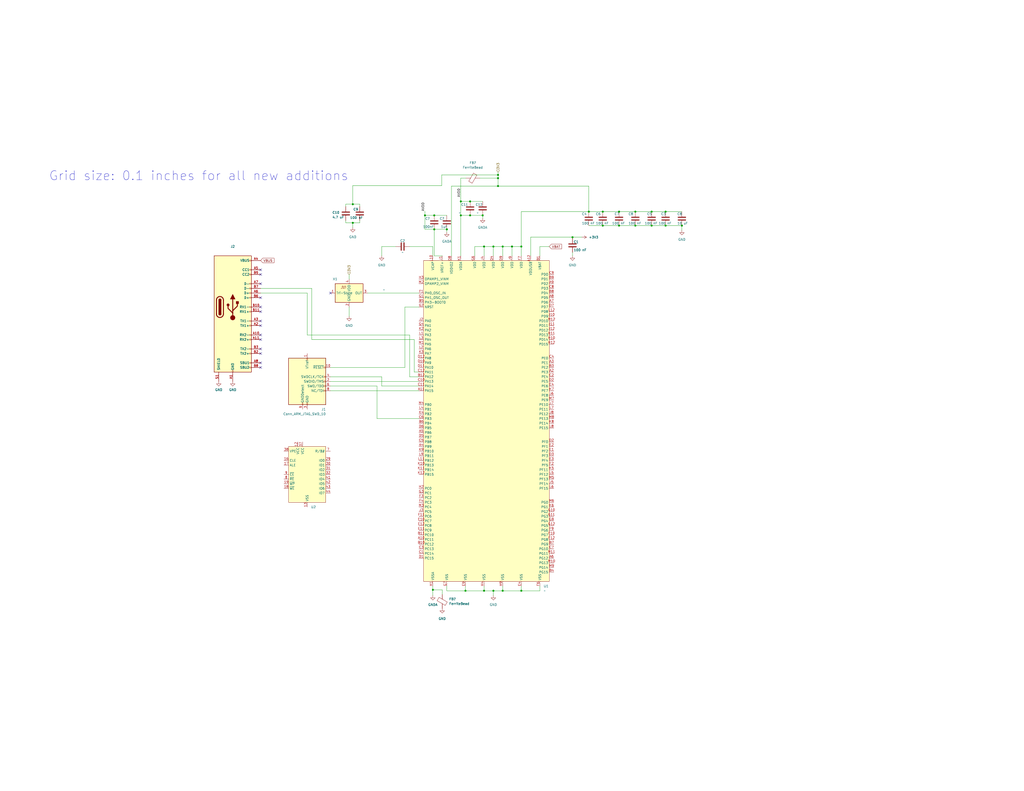
<source format=kicad_sch>
(kicad_sch (version 20211123) (generator eeschema)

  (uuid 075d2930-6104-468d-9214-5c61e426c279)

  (paper "C")

  (lib_symbols
    (symbol "Connector:Conn_ARM_JTAG_SWD_10" (pin_names (offset 1.016)) (in_bom yes) (on_board yes)
      (property "Reference" "J" (id 0) (at -2.54 16.51 0)
        (effects (font (size 1.27 1.27)) (justify right))
      )
      (property "Value" "Conn_ARM_JTAG_SWD_10" (id 1) (at -2.54 13.97 0)
        (effects (font (size 1.27 1.27)) (justify right bottom))
      )
      (property "Footprint" "" (id 2) (at 0 0 0)
        (effects (font (size 1.27 1.27)) hide)
      )
      (property "Datasheet" "http://infocenter.arm.com/help/topic/com.arm.doc.ddi0314h/DDI0314H_coresight_components_trm.pdf" (id 3) (at -8.89 -31.75 90)
        (effects (font (size 1.27 1.27)) hide)
      )
      (property "ki_keywords" "Cortex Debug Connector ARM SWD JTAG" (id 4) (at 0 0 0)
        (effects (font (size 1.27 1.27)) hide)
      )
      (property "ki_description" "Cortex Debug Connector, standard ARM Cortex-M SWD and JTAG interface" (id 5) (at 0 0 0)
        (effects (font (size 1.27 1.27)) hide)
      )
      (property "ki_fp_filters" "PinHeader?2x05?P1.27mm*" (id 6) (at 0 0 0)
        (effects (font (size 1.27 1.27)) hide)
      )
      (symbol "Conn_ARM_JTAG_SWD_10_0_1"
        (rectangle (start -10.16 12.7) (end 10.16 -12.7)
          (stroke (width 0.254) (type default) (color 0 0 0 0))
          (fill (type background))
        )
        (rectangle (start -2.794 -12.7) (end -2.286 -11.684)
          (stroke (width 0) (type default) (color 0 0 0 0))
          (fill (type none))
        )
        (rectangle (start -0.254 -12.7) (end 0.254 -11.684)
          (stroke (width 0) (type default) (color 0 0 0 0))
          (fill (type none))
        )
        (rectangle (start -0.254 12.7) (end 0.254 11.684)
          (stroke (width 0) (type default) (color 0 0 0 0))
          (fill (type none))
        )
        (rectangle (start 9.144 2.286) (end 10.16 2.794)
          (stroke (width 0) (type default) (color 0 0 0 0))
          (fill (type none))
        )
        (rectangle (start 10.16 -2.794) (end 9.144 -2.286)
          (stroke (width 0) (type default) (color 0 0 0 0))
          (fill (type none))
        )
        (rectangle (start 10.16 -0.254) (end 9.144 0.254)
          (stroke (width 0) (type default) (color 0 0 0 0))
          (fill (type none))
        )
        (rectangle (start 10.16 7.874) (end 9.144 7.366)
          (stroke (width 0) (type default) (color 0 0 0 0))
          (fill (type none))
        )
      )
      (symbol "Conn_ARM_JTAG_SWD_10_1_1"
        (rectangle (start 9.144 -5.334) (end 10.16 -4.826)
          (stroke (width 0) (type default) (color 0 0 0 0))
          (fill (type none))
        )
        (pin power_in line (at 0 15.24 270) (length 2.54)
          (name "VTref" (effects (font (size 1.27 1.27))))
          (number "1" (effects (font (size 1.27 1.27))))
        )
        (pin open_collector line (at 12.7 7.62 180) (length 2.54)
          (name "~{RESET}" (effects (font (size 1.27 1.27))))
          (number "10" (effects (font (size 1.27 1.27))))
        )
        (pin bidirectional line (at 12.7 0 180) (length 2.54)
          (name "SWDIO/TMS" (effects (font (size 1.27 1.27))))
          (number "2" (effects (font (size 1.27 1.27))))
        )
        (pin power_in line (at 0 -15.24 90) (length 2.54)
          (name "GND" (effects (font (size 1.27 1.27))))
          (number "3" (effects (font (size 1.27 1.27))))
        )
        (pin output line (at 12.7 2.54 180) (length 2.54)
          (name "SWDCLK/TCK" (effects (font (size 1.27 1.27))))
          (number "4" (effects (font (size 1.27 1.27))))
        )
        (pin passive line (at 0 -15.24 90) (length 2.54) hide
          (name "GND" (effects (font (size 1.27 1.27))))
          (number "5" (effects (font (size 1.27 1.27))))
        )
        (pin input line (at 12.7 -2.54 180) (length 2.54)
          (name "SWO/TDO" (effects (font (size 1.27 1.27))))
          (number "6" (effects (font (size 1.27 1.27))))
        )
        (pin no_connect line (at -10.16 0 0) (length 2.54) hide
          (name "KEY" (effects (font (size 1.27 1.27))))
          (number "7" (effects (font (size 1.27 1.27))))
        )
        (pin output line (at 12.7 -5.08 180) (length 2.54)
          (name "NC/TDI" (effects (font (size 1.27 1.27))))
          (number "8" (effects (font (size 1.27 1.27))))
        )
        (pin passive line (at -2.54 -15.24 90) (length 2.54)
          (name "GNDDetect" (effects (font (size 1.27 1.27))))
          (number "9" (effects (font (size 1.27 1.27))))
        )
      )
    )
    (symbol "Connector:USB_C_Receptacle" (pin_names (offset 1.016)) (in_bom yes) (on_board yes)
      (property "Reference" "J" (id 0) (at -10.16 29.21 0)
        (effects (font (size 1.27 1.27)) (justify left))
      )
      (property "Value" "USB_C_Receptacle" (id 1) (at 10.16 29.21 0)
        (effects (font (size 1.27 1.27)) (justify right))
      )
      (property "Footprint" "" (id 2) (at 3.81 0 0)
        (effects (font (size 1.27 1.27)) hide)
      )
      (property "Datasheet" "https://www.usb.org/sites/default/files/documents/usb_type-c.zip" (id 3) (at 3.81 0 0)
        (effects (font (size 1.27 1.27)) hide)
      )
      (property "ki_keywords" "usb universal serial bus type-C full-featured" (id 4) (at 0 0 0)
        (effects (font (size 1.27 1.27)) hide)
      )
      (property "ki_description" "USB Full-Featured Type-C Receptacle connector" (id 5) (at 0 0 0)
        (effects (font (size 1.27 1.27)) hide)
      )
      (property "ki_fp_filters" "USB*C*Receptacle*" (id 6) (at 0 0 0)
        (effects (font (size 1.27 1.27)) hide)
      )
      (symbol "USB_C_Receptacle_0_0"
        (rectangle (start -0.254 -35.56) (end 0.254 -34.544)
          (stroke (width 0) (type default) (color 0 0 0 0))
          (fill (type none))
        )
        (rectangle (start 10.16 -32.766) (end 9.144 -33.274)
          (stroke (width 0) (type default) (color 0 0 0 0))
          (fill (type none))
        )
        (rectangle (start 10.16 -30.226) (end 9.144 -30.734)
          (stroke (width 0) (type default) (color 0 0 0 0))
          (fill (type none))
        )
        (rectangle (start 10.16 -25.146) (end 9.144 -25.654)
          (stroke (width 0) (type default) (color 0 0 0 0))
          (fill (type none))
        )
        (rectangle (start 10.16 -22.606) (end 9.144 -23.114)
          (stroke (width 0) (type default) (color 0 0 0 0))
          (fill (type none))
        )
        (rectangle (start 10.16 -17.526) (end 9.144 -18.034)
          (stroke (width 0) (type default) (color 0 0 0 0))
          (fill (type none))
        )
        (rectangle (start 10.16 -14.986) (end 9.144 -15.494)
          (stroke (width 0) (type default) (color 0 0 0 0))
          (fill (type none))
        )
        (rectangle (start 10.16 -9.906) (end 9.144 -10.414)
          (stroke (width 0) (type default) (color 0 0 0 0))
          (fill (type none))
        )
        (rectangle (start 10.16 -7.366) (end 9.144 -7.874)
          (stroke (width 0) (type default) (color 0 0 0 0))
          (fill (type none))
        )
        (rectangle (start 10.16 -2.286) (end 9.144 -2.794)
          (stroke (width 0) (type default) (color 0 0 0 0))
          (fill (type none))
        )
        (rectangle (start 10.16 0.254) (end 9.144 -0.254)
          (stroke (width 0) (type default) (color 0 0 0 0))
          (fill (type none))
        )
        (rectangle (start 10.16 5.334) (end 9.144 4.826)
          (stroke (width 0) (type default) (color 0 0 0 0))
          (fill (type none))
        )
        (rectangle (start 10.16 7.874) (end 9.144 7.366)
          (stroke (width 0) (type default) (color 0 0 0 0))
          (fill (type none))
        )
        (rectangle (start 10.16 10.414) (end 9.144 9.906)
          (stroke (width 0) (type default) (color 0 0 0 0))
          (fill (type none))
        )
        (rectangle (start 10.16 12.954) (end 9.144 12.446)
          (stroke (width 0) (type default) (color 0 0 0 0))
          (fill (type none))
        )
        (rectangle (start 10.16 18.034) (end 9.144 17.526)
          (stroke (width 0) (type default) (color 0 0 0 0))
          (fill (type none))
        )
        (rectangle (start 10.16 20.574) (end 9.144 20.066)
          (stroke (width 0) (type default) (color 0 0 0 0))
          (fill (type none))
        )
        (rectangle (start 10.16 25.654) (end 9.144 25.146)
          (stroke (width 0) (type default) (color 0 0 0 0))
          (fill (type none))
        )
      )
      (symbol "USB_C_Receptacle_0_1"
        (rectangle (start -10.16 27.94) (end 10.16 -35.56)
          (stroke (width 0.254) (type default) (color 0 0 0 0))
          (fill (type background))
        )
        (arc (start -8.89 -3.81) (mid -6.985 -5.715) (end -5.08 -3.81)
          (stroke (width 0.508) (type default) (color 0 0 0 0))
          (fill (type none))
        )
        (arc (start -7.62 -3.81) (mid -6.985 -4.445) (end -6.35 -3.81)
          (stroke (width 0.254) (type default) (color 0 0 0 0))
          (fill (type none))
        )
        (arc (start -7.62 -3.81) (mid -6.985 -4.445) (end -6.35 -3.81)
          (stroke (width 0.254) (type default) (color 0 0 0 0))
          (fill (type outline))
        )
        (rectangle (start -7.62 -3.81) (end -6.35 3.81)
          (stroke (width 0.254) (type default) (color 0 0 0 0))
          (fill (type outline))
        )
        (arc (start -6.35 3.81) (mid -6.985 4.445) (end -7.62 3.81)
          (stroke (width 0.254) (type default) (color 0 0 0 0))
          (fill (type none))
        )
        (arc (start -6.35 3.81) (mid -6.985 4.445) (end -7.62 3.81)
          (stroke (width 0.254) (type default) (color 0 0 0 0))
          (fill (type outline))
        )
        (arc (start -5.08 3.81) (mid -6.985 5.715) (end -8.89 3.81)
          (stroke (width 0.508) (type default) (color 0 0 0 0))
          (fill (type none))
        )
        (polyline
          (pts
            (xy -8.89 -3.81)
            (xy -8.89 3.81)
          )
          (stroke (width 0.508) (type default) (color 0 0 0 0))
          (fill (type none))
        )
        (polyline
          (pts
            (xy -5.08 3.81)
            (xy -5.08 -3.81)
          )
          (stroke (width 0.508) (type default) (color 0 0 0 0))
          (fill (type none))
        )
      )
      (symbol "USB_C_Receptacle_1_1"
        (circle (center -2.54 1.143) (radius 0.635)
          (stroke (width 0.254) (type default) (color 0 0 0 0))
          (fill (type outline))
        )
        (circle (center 0 -5.842) (radius 1.27)
          (stroke (width 0) (type default) (color 0 0 0 0))
          (fill (type outline))
        )
        (polyline
          (pts
            (xy 0 -5.842)
            (xy 0 4.318)
          )
          (stroke (width 0.508) (type default) (color 0 0 0 0))
          (fill (type none))
        )
        (polyline
          (pts
            (xy 0 -3.302)
            (xy -2.54 -0.762)
            (xy -2.54 0.508)
          )
          (stroke (width 0.508) (type default) (color 0 0 0 0))
          (fill (type none))
        )
        (polyline
          (pts
            (xy 0 -2.032)
            (xy 2.54 0.508)
            (xy 2.54 1.778)
          )
          (stroke (width 0.508) (type default) (color 0 0 0 0))
          (fill (type none))
        )
        (polyline
          (pts
            (xy -1.27 4.318)
            (xy 0 6.858)
            (xy 1.27 4.318)
            (xy -1.27 4.318)
          )
          (stroke (width 0.254) (type default) (color 0 0 0 0))
          (fill (type outline))
        )
        (rectangle (start 1.905 1.778) (end 3.175 3.048)
          (stroke (width 0.254) (type default) (color 0 0 0 0))
          (fill (type outline))
        )
        (pin passive line (at 0 -40.64 90) (length 5.08)
          (name "GND" (effects (font (size 1.27 1.27))))
          (number "A1" (effects (font (size 1.27 1.27))))
        )
        (pin bidirectional line (at 15.24 -15.24 180) (length 5.08)
          (name "RX2-" (effects (font (size 1.27 1.27))))
          (number "A10" (effects (font (size 1.27 1.27))))
        )
        (pin bidirectional line (at 15.24 -17.78 180) (length 5.08)
          (name "RX2+" (effects (font (size 1.27 1.27))))
          (number "A11" (effects (font (size 1.27 1.27))))
        )
        (pin passive line (at 0 -40.64 90) (length 5.08) hide
          (name "GND" (effects (font (size 1.27 1.27))))
          (number "A12" (effects (font (size 1.27 1.27))))
        )
        (pin bidirectional line (at 15.24 -10.16 180) (length 5.08)
          (name "TX1+" (effects (font (size 1.27 1.27))))
          (number "A2" (effects (font (size 1.27 1.27))))
        )
        (pin bidirectional line (at 15.24 -7.62 180) (length 5.08)
          (name "TX1-" (effects (font (size 1.27 1.27))))
          (number "A3" (effects (font (size 1.27 1.27))))
        )
        (pin passive line (at 15.24 25.4 180) (length 5.08)
          (name "VBUS" (effects (font (size 1.27 1.27))))
          (number "A4" (effects (font (size 1.27 1.27))))
        )
        (pin bidirectional line (at 15.24 20.32 180) (length 5.08)
          (name "CC1" (effects (font (size 1.27 1.27))))
          (number "A5" (effects (font (size 1.27 1.27))))
        )
        (pin bidirectional line (at 15.24 7.62 180) (length 5.08)
          (name "D+" (effects (font (size 1.27 1.27))))
          (number "A6" (effects (font (size 1.27 1.27))))
        )
        (pin bidirectional line (at 15.24 12.7 180) (length 5.08)
          (name "D-" (effects (font (size 1.27 1.27))))
          (number "A7" (effects (font (size 1.27 1.27))))
        )
        (pin bidirectional line (at 15.24 -30.48 180) (length 5.08)
          (name "SBU1" (effects (font (size 1.27 1.27))))
          (number "A8" (effects (font (size 1.27 1.27))))
        )
        (pin passive line (at 15.24 25.4 180) (length 5.08) hide
          (name "VBUS" (effects (font (size 1.27 1.27))))
          (number "A9" (effects (font (size 1.27 1.27))))
        )
        (pin passive line (at 0 -40.64 90) (length 5.08) hide
          (name "GND" (effects (font (size 1.27 1.27))))
          (number "B1" (effects (font (size 1.27 1.27))))
        )
        (pin bidirectional line (at 15.24 0 180) (length 5.08)
          (name "RX1-" (effects (font (size 1.27 1.27))))
          (number "B10" (effects (font (size 1.27 1.27))))
        )
        (pin bidirectional line (at 15.24 -2.54 180) (length 5.08)
          (name "RX1+" (effects (font (size 1.27 1.27))))
          (number "B11" (effects (font (size 1.27 1.27))))
        )
        (pin passive line (at 0 -40.64 90) (length 5.08) hide
          (name "GND" (effects (font (size 1.27 1.27))))
          (number "B12" (effects (font (size 1.27 1.27))))
        )
        (pin bidirectional line (at 15.24 -25.4 180) (length 5.08)
          (name "TX2+" (effects (font (size 1.27 1.27))))
          (number "B2" (effects (font (size 1.27 1.27))))
        )
        (pin bidirectional line (at 15.24 -22.86 180) (length 5.08)
          (name "TX2-" (effects (font (size 1.27 1.27))))
          (number "B3" (effects (font (size 1.27 1.27))))
        )
        (pin passive line (at 15.24 25.4 180) (length 5.08) hide
          (name "VBUS" (effects (font (size 1.27 1.27))))
          (number "B4" (effects (font (size 1.27 1.27))))
        )
        (pin bidirectional line (at 15.24 17.78 180) (length 5.08)
          (name "CC2" (effects (font (size 1.27 1.27))))
          (number "B5" (effects (font (size 1.27 1.27))))
        )
        (pin bidirectional line (at 15.24 5.08 180) (length 5.08)
          (name "D+" (effects (font (size 1.27 1.27))))
          (number "B6" (effects (font (size 1.27 1.27))))
        )
        (pin bidirectional line (at 15.24 10.16 180) (length 5.08)
          (name "D-" (effects (font (size 1.27 1.27))))
          (number "B7" (effects (font (size 1.27 1.27))))
        )
        (pin bidirectional line (at 15.24 -33.02 180) (length 5.08)
          (name "SBU2" (effects (font (size 1.27 1.27))))
          (number "B8" (effects (font (size 1.27 1.27))))
        )
        (pin passive line (at 15.24 25.4 180) (length 5.08) hide
          (name "VBUS" (effects (font (size 1.27 1.27))))
          (number "B9" (effects (font (size 1.27 1.27))))
        )
        (pin passive line (at -7.62 -40.64 90) (length 5.08)
          (name "SHIELD" (effects (font (size 1.27 1.27))))
          (number "S1" (effects (font (size 1.27 1.27))))
        )
      )
    )
    (symbol "Device:C" (pin_numbers hide) (pin_names (offset 0.254)) (in_bom yes) (on_board yes)
      (property "Reference" "C" (id 0) (at 0.635 2.54 0)
        (effects (font (size 1.27 1.27)) (justify left))
      )
      (property "Value" "C" (id 1) (at 0.635 -2.54 0)
        (effects (font (size 1.27 1.27)) (justify left))
      )
      (property "Footprint" "" (id 2) (at 0.9652 -3.81 0)
        (effects (font (size 1.27 1.27)) hide)
      )
      (property "Datasheet" "~" (id 3) (at 0 0 0)
        (effects (font (size 1.27 1.27)) hide)
      )
      (property "ki_keywords" "cap capacitor" (id 4) (at 0 0 0)
        (effects (font (size 1.27 1.27)) hide)
      )
      (property "ki_description" "Unpolarized capacitor" (id 5) (at 0 0 0)
        (effects (font (size 1.27 1.27)) hide)
      )
      (property "ki_fp_filters" "C_*" (id 6) (at 0 0 0)
        (effects (font (size 1.27 1.27)) hide)
      )
      (symbol "C_0_1"
        (polyline
          (pts
            (xy -2.032 -0.762)
            (xy 2.032 -0.762)
          )
          (stroke (width 0.508) (type default) (color 0 0 0 0))
          (fill (type none))
        )
        (polyline
          (pts
            (xy -2.032 0.762)
            (xy 2.032 0.762)
          )
          (stroke (width 0.508) (type default) (color 0 0 0 0))
          (fill (type none))
        )
      )
      (symbol "C_1_1"
        (pin passive line (at 0 3.81 270) (length 2.794)
          (name "~" (effects (font (size 1.27 1.27))))
          (number "1" (effects (font (size 1.27 1.27))))
        )
        (pin passive line (at 0 -3.81 90) (length 2.794)
          (name "~" (effects (font (size 1.27 1.27))))
          (number "2" (effects (font (size 1.27 1.27))))
        )
      )
    )
    (symbol "Device:FerriteBead" (pin_numbers hide) (pin_names (offset 0)) (in_bom yes) (on_board yes)
      (property "Reference" "FB" (id 0) (at -3.81 0.635 90)
        (effects (font (size 1.27 1.27)))
      )
      (property "Value" "FerriteBead" (id 1) (at 3.81 0 90)
        (effects (font (size 1.27 1.27)))
      )
      (property "Footprint" "" (id 2) (at -1.778 0 90)
        (effects (font (size 1.27 1.27)) hide)
      )
      (property "Datasheet" "~" (id 3) (at 0 0 0)
        (effects (font (size 1.27 1.27)) hide)
      )
      (property "ki_keywords" "L ferrite bead inductor filter" (id 4) (at 0 0 0)
        (effects (font (size 1.27 1.27)) hide)
      )
      (property "ki_description" "Ferrite bead" (id 5) (at 0 0 0)
        (effects (font (size 1.27 1.27)) hide)
      )
      (property "ki_fp_filters" "Inductor_* L_* *Ferrite*" (id 6) (at 0 0 0)
        (effects (font (size 1.27 1.27)) hide)
      )
      (symbol "FerriteBead_0_1"
        (polyline
          (pts
            (xy 0 -1.27)
            (xy 0 -1.2192)
          )
          (stroke (width 0) (type default) (color 0 0 0 0))
          (fill (type none))
        )
        (polyline
          (pts
            (xy 0 1.27)
            (xy 0 1.2954)
          )
          (stroke (width 0) (type default) (color 0 0 0 0))
          (fill (type none))
        )
        (polyline
          (pts
            (xy -2.7686 0.4064)
            (xy -1.7018 2.2606)
            (xy 2.7686 -0.3048)
            (xy 1.6764 -2.159)
            (xy -2.7686 0.4064)
          )
          (stroke (width 0) (type default) (color 0 0 0 0))
          (fill (type none))
        )
      )
      (symbol "FerriteBead_1_1"
        (pin passive line (at 0 3.81 270) (length 2.54)
          (name "~" (effects (font (size 1.27 1.27))))
          (number "1" (effects (font (size 1.27 1.27))))
        )
        (pin passive line (at 0 -3.81 90) (length 2.54)
          (name "~" (effects (font (size 1.27 1.27))))
          (number "2" (effects (font (size 1.27 1.27))))
        )
      )
    )
    (symbol "MCU_ST_STM32U5:STM32U585QII3" (in_bom yes) (on_board yes)
      (property "Reference" "U" (id 0) (at -38.1 121.92 0)
        (effects (font (size 1.27 1.27)))
      )
      (property "Value" "STM32U585QII3" (id 1) (at -33.02 124.46 0)
        (effects (font (size 1.27 1.27)))
      )
      (property "Footprint" "" (id 2) (at -66.04 124.46 0)
        (effects (font (size 1.27 1.27)) hide)
      )
      (property "Datasheet" "https://www.st.com/resource/en/datasheet/stm32u585qi.pdf" (id 3) (at -15.24 119.38 0)
        (effects (font (size 1.27 1.27)) hide)
      )
      (symbol "STM32U585QII3_0_0"
        (pin bidirectional line (at -38.1 -50.8 0) (length 2.54)
          (name "PC11" (effects (font (size 1.27 1.27))))
          (number "A10" (effects (font (size 1.27 1.27))))
        )
        (pin bidirectional line (at -38.1 30.48 0) (length 2.54)
          (name "PA15" (effects (font (size 1.27 1.27))))
          (number "A11" (effects (font (size 1.27 1.27))))
        )
        (pin power_in line (at 22.86 104.14 270) (length 2.54)
          (name "VDDUSB" (effects (font (size 1.27 1.27))))
          (number "A12" (effects (font (size 1.27 1.27))))
        )
        (pin bidirectional line (at 35.56 45.72 180) (length 2.54)
          (name "PE1" (effects (font (size 1.27 1.27))))
          (number "A3" (effects (font (size 1.27 1.27))))
        )
        (pin bidirectional line (at -38.1 0 0) (length 2.54)
          (name "PB9" (effects (font (size 1.27 1.27))))
          (number "A4" (effects (font (size 1.27 1.27))))
        )
        (pin bidirectional line (at -38.1 7.62 0) (length 2.54)
          (name "PB6" (effects (font (size 1.27 1.27))))
          (number "A5" (effects (font (size 1.27 1.27))))
        )
        (pin bidirectional line (at 35.56 -60.96 180) (length 2.54)
          (name "PG12" (effects (font (size 1.27 1.27))))
          (number "A6" (effects (font (size 1.27 1.27))))
        )
        (pin bidirectional line (at 35.56 78.74 180) (length 2.54)
          (name "PD6" (effects (font (size 1.27 1.27))))
          (number "A7" (effects (font (size 1.27 1.27))))
        )
        (pin bidirectional line (at 35.56 81.28 180) (length 2.54)
          (name "PD5" (effects (font (size 1.27 1.27))))
          (number "A8" (effects (font (size 1.27 1.27))))
        )
        (pin bidirectional line (at 35.56 88.9 180) (length 2.54)
          (name "PD2" (effects (font (size 1.27 1.27))))
          (number "A9" (effects (font (size 1.27 1.27))))
        )
        (pin bidirectional line (at -38.1 -53.34 0) (length 2.54)
          (name "PC12" (effects (font (size 1.27 1.27))))
          (number "B10" (effects (font (size 1.27 1.27))))
        )
        (pin bidirectional line (at -38.1 -48.26 0) (length 2.54)
          (name "PC10" (effects (font (size 1.27 1.27))))
          (number "B11" (effects (font (size 1.27 1.27))))
        )
        (pin bidirectional line (at -38.1 38.1 0) (length 2.54)
          (name "PA12" (effects (font (size 1.27 1.27))))
          (number "B12" (effects (font (size 1.27 1.27))))
        )
        (pin bidirectional line (at 35.56 -68.58 180) (length 2.54)
          (name "PG15" (effects (font (size 1.27 1.27))))
          (number "B4" (effects (font (size 1.27 1.27))))
        )
        (pin bidirectional line (at -38.1 78.74 0) (length 2.54)
          (name "PH3-BOOT0" (effects (font (size 1.27 1.27))))
          (number "B5" (effects (font (size 1.27 1.27))))
        )
        (pin bidirectional line (at -38.1 12.7 0) (length 2.54)
          (name "PB4" (effects (font (size 1.27 1.27))))
          (number "B6" (effects (font (size 1.27 1.27))))
        )
        (pin bidirectional line (at 35.56 -53.34 180) (length 2.54)
          (name "PG9" (effects (font (size 1.27 1.27))))
          (number "B7" (effects (font (size 1.27 1.27))))
        )
        (pin bidirectional line (at 35.56 83.82 180) (length 2.54)
          (name "PD4" (effects (font (size 1.27 1.27))))
          (number "B8" (effects (font (size 1.27 1.27))))
        )
        (pin bidirectional line (at 35.56 91.44 180) (length 2.54)
          (name "PD1" (effects (font (size 1.27 1.27))))
          (number "B9" (effects (font (size 1.27 1.27))))
        )
        (pin bidirectional line (at -38.1 35.56 0) (length 2.54)
          (name "PA13" (effects (font (size 1.27 1.27))))
          (number "C10" (effects (font (size 1.27 1.27))))
        )
        (pin bidirectional line (at -38.1 33.02 0) (length 2.54)
          (name "PA14" (effects (font (size 1.27 1.27))))
          (number "C11" (effects (font (size 1.27 1.27))))
        )
        (pin bidirectional line (at -38.1 40.64 0) (length 2.54)
          (name "PA11" (effects (font (size 1.27 1.27))))
          (number "C12" (effects (font (size 1.27 1.27))))
        )
        (pin bidirectional line (at 35.56 48.26 180) (length 2.54)
          (name "PE0" (effects (font (size 1.27 1.27))))
          (number "C4" (effects (font (size 1.27 1.27))))
        )
        (pin bidirectional line (at -38.1 2.54 0) (length 2.54)
          (name "PB8" (effects (font (size 1.27 1.27))))
          (number "C5" (effects (font (size 1.27 1.27))))
        )
        (pin bidirectional line (at -38.1 15.24 0) (length 2.54)
          (name "PB3" (effects (font (size 1.27 1.27))))
          (number "C6" (effects (font (size 1.27 1.27))))
        )
        (pin bidirectional line (at 35.56 -55.88 180) (length 2.54)
          (name "PG10" (effects (font (size 1.27 1.27))))
          (number "C7" (effects (font (size 1.27 1.27))))
        )
        (pin bidirectional line (at 35.56 86.36 180) (length 2.54)
          (name "PD3" (effects (font (size 1.27 1.27))))
          (number "C8" (effects (font (size 1.27 1.27))))
        )
        (pin bidirectional line (at 35.56 93.98 180) (length 2.54)
          (name "PD0" (effects (font (size 1.27 1.27))))
          (number "C9" (effects (font (size 1.27 1.27))))
        )
        (pin bidirectional line (at -38.1 45.72 0) (length 2.54)
          (name "PA9" (effects (font (size 1.27 1.27))))
          (number "D10" (effects (font (size 1.27 1.27))))
        )
        (pin bidirectional line (at -38.1 43.18 0) (length 2.54)
          (name "PA10" (effects (font (size 1.27 1.27))))
          (number "D11" (effects (font (size 1.27 1.27))))
        )
        (pin bidirectional line (at -38.1 48.26 0) (length 2.54)
          (name "PA8" (effects (font (size 1.27 1.27))))
          (number "D12" (effects (font (size 1.27 1.27))))
        )
        (pin bidirectional line (at 35.56 2.54 180) (length 2.54)
          (name "PF0" (effects (font (size 1.27 1.27))))
          (number "D2" (effects (font (size 1.27 1.27))))
        )
        (pin power_in line (at 2.54 104.14 270) (length 2.54)
          (name "VDD" (effects (font (size 1.27 1.27))))
          (number "D4" (effects (font (size 1.27 1.27))))
        )
        (pin bidirectional line (at -38.1 5.08 0) (length 2.54)
          (name "PB7" (effects (font (size 1.27 1.27))))
          (number "D5" (effects (font (size 1.27 1.27))))
        )
        (pin bidirectional line (at -38.1 10.16 0) (length 2.54)
          (name "PB5" (effects (font (size 1.27 1.27))))
          (number "D6" (effects (font (size 1.27 1.27))))
        )
        (pin bidirectional line (at 35.56 76.2 180) (length 2.54)
          (name "PD7" (effects (font (size 1.27 1.27))))
          (number "D7" (effects (font (size 1.27 1.27))))
        )
        (pin power_in line (at -20.32 104.14 270) (length 2.54)
          (name "VDDIO2" (effects (font (size 1.27 1.27))))
          (number "D8" (effects (font (size 1.27 1.27))))
        )
        (pin power_in line (at 7.62 104.14 270) (length 2.54)
          (name "VDD" (effects (font (size 1.27 1.27))))
          (number "D9" (effects (font (size 1.27 1.27))))
        )
        (pin bidirectional line (at -38.1 -40.64 0) (length 2.54)
          (name "PC7" (effects (font (size 1.27 1.27))))
          (number "E10" (effects (font (size 1.27 1.27))))
        )
        (pin bidirectional line (at -38.1 -45.72 0) (length 2.54)
          (name "PC9" (effects (font (size 1.27 1.27))))
          (number "E11" (effects (font (size 1.27 1.27))))
        )
        (pin bidirectional line (at -38.1 -43.18 0) (length 2.54)
          (name "PC8" (effects (font (size 1.27 1.27))))
          (number "E12" (effects (font (size 1.27 1.27))))
        )
        (pin power_out line (at 17.78 -76.2 90) (length 2.54)
          (name "VSS" (effects (font (size 1.27 1.27))))
          (number "E4" (effects (font (size 1.27 1.27))))
        )
        (pin power_out line (at -12.7 -76.2 90) (length 2.54)
          (name "VSS" (effects (font (size 1.27 1.27))))
          (number "E9" (effects (font (size 1.27 1.27))))
        )
        (pin bidirectional line (at 35.56 -48.26 180) (length 2.54)
          (name "PG7" (effects (font (size 1.27 1.27))))
          (number "F10" (effects (font (size 1.27 1.27))))
        )
        (pin bidirectional line (at -38.1 -38.1 0) (length 2.54)
          (name "PC6" (effects (font (size 1.27 1.27))))
          (number "F11" (effects (font (size 1.27 1.27))))
        )
        (pin bidirectional line (at 35.56 -50.8 180) (length 2.54)
          (name "PG8" (effects (font (size 1.27 1.27))))
          (number "F12" (effects (font (size 1.27 1.27))))
        )
        (pin bidirectional line (at -38.1 -27.94 0) (length 2.54)
          (name "PC2" (effects (font (size 1.27 1.27))))
          (number "F3" (effects (font (size 1.27 1.27))))
        )
        (pin bidirectional line (at -38.1 -30.48 0) (length 2.54)
          (name "PC3" (effects (font (size 1.27 1.27))))
          (number "F4" (effects (font (size 1.27 1.27))))
        )
        (pin bidirectional line (at 35.56 -45.72 180) (length 2.54)
          (name "PG6" (effects (font (size 1.27 1.27))))
          (number "F9" (effects (font (size 1.27 1.27))))
        )
        (pin bidirectional line (at 35.56 -35.56 180) (length 2.54)
          (name "PG2" (effects (font (size 1.27 1.27))))
          (number "G10" (effects (font (size 1.27 1.27))))
        )
        (pin bidirectional line (at 35.56 -38.1 180) (length 2.54)
          (name "PG3" (effects (font (size 1.27 1.27))))
          (number "G11" (effects (font (size 1.27 1.27))))
        )
        (pin bidirectional line (at 35.56 -43.18 180) (length 2.54)
          (name "PG5" (effects (font (size 1.27 1.27))))
          (number "G12" (effects (font (size 1.27 1.27))))
        )
        (pin bidirectional line (at -38.1 76.2 0) (length 2.54)
          (name "NRST" (effects (font (size 1.27 1.27))))
          (number "G2" (effects (font (size 1.27 1.27))))
        )
        (pin bidirectional line (at -38.1 -25.4 0) (length 2.54)
          (name "PC1" (effects (font (size 1.27 1.27))))
          (number "G3" (effects (font (size 1.27 1.27))))
        )
        (pin bidirectional line (at -38.1 66.04 0) (length 2.54)
          (name "PA1" (effects (font (size 1.27 1.27))))
          (number "G4" (effects (font (size 1.27 1.27))))
        )
        (pin power_in line (at -7.62 104.14 270) (length 2.54)
          (name "VDD" (effects (font (size 1.27 1.27))))
          (number "G6" (effects (font (size 1.27 1.27))))
        )
        (pin power_out line (at -22.86 -76.2 90) (length 2.54)
          (name "VSS" (effects (font (size 1.27 1.27))))
          (number "G7" (effects (font (size 1.27 1.27))))
        )
        (pin bidirectional line (at 35.56 -40.64 180) (length 2.54)
          (name "PG4" (effects (font (size 1.27 1.27))))
          (number "G9" (effects (font (size 1.27 1.27))))
        )
        (pin power_out line (at -30.48 -76.2 90) (length 2.54)
          (name "VSSA" (effects (font (size 1.27 1.27))))
          (number "H1" (effects (font (size 1.27 1.27))))
        )
        (pin bidirectional line (at 35.56 58.42 180) (length 2.54)
          (name "PD14" (effects (font (size 1.27 1.27))))
          (number "H10" (effects (font (size 1.27 1.27))))
        )
        (pin bidirectional line (at 35.56 60.96 180) (length 2.54)
          (name "PD13" (effects (font (size 1.27 1.27))))
          (number "H11" (effects (font (size 1.27 1.27))))
        )
        (pin bidirectional line (at 35.56 55.88 180) (length 2.54)
          (name "PD15" (effects (font (size 1.27 1.27))))
          (number "H12" (effects (font (size 1.27 1.27))))
        )
        (pin bidirectional line (at -38.1 -22.86 0) (length 2.54)
          (name "PC0" (effects (font (size 1.27 1.27))))
          (number "H2" (effects (font (size 1.27 1.27))))
        )
        (pin input line (at -38.1 91.44 0) (length 2.54)
          (name "OPAMP1_VINM" (effects (font (size 1.27 1.27))))
          (number "H3" (effects (font (size 1.27 1.27))))
        )
        (pin power_out line (at -2.54 -76.2 90) (length 2.54)
          (name "VSS" (effects (font (size 1.27 1.27))))
          (number "H4" (effects (font (size 1.27 1.27))))
        )
        (pin power_out line (at 7.62 -76.2 90) (length 2.54)
          (name "VSS" (effects (font (size 1.27 1.27))))
          (number "H9" (effects (font (size 1.27 1.27))))
        )
        (pin power_in line (at -25.4 104.14 270) (length 2.54)
          (name "VREF+" (effects (font (size 1.27 1.27))))
          (number "J1" (effects (font (size 1.27 1.27))))
        )
        (pin bidirectional line (at 35.56 71.12 180) (length 2.54)
          (name "PD9" (effects (font (size 1.27 1.27))))
          (number "J10" (effects (font (size 1.27 1.27))))
        )
        (pin bidirectional line (at 35.56 66.04 180) (length 2.54)
          (name "PD11" (effects (font (size 1.27 1.27))))
          (number "J11" (effects (font (size 1.27 1.27))))
        )
        (pin bidirectional line (at 35.56 63.5 180) (length 2.54)
          (name "PD12" (effects (font (size 1.27 1.27))))
          (number "J12" (effects (font (size 1.27 1.27))))
        )
        (pin bidirectional line (at -38.1 68.58 0) (length 2.54)
          (name "PA0" (effects (font (size 1.27 1.27))))
          (number "J2" (effects (font (size 1.27 1.27))))
        )
        (pin bidirectional line (at -38.1 -35.56 0) (length 2.54)
          (name "PC5" (effects (font (size 1.27 1.27))))
          (number "J3" (effects (font (size 1.27 1.27))))
        )
        (pin power_in line (at -2.54 104.14 270) (length 2.54)
          (name "VDD" (effects (font (size 1.27 1.27))))
          (number "J4" (effects (font (size 1.27 1.27))))
        )
        (pin bidirectional line (at 35.56 -20.32 180) (length 2.54)
          (name "PF14" (effects (font (size 1.27 1.27))))
          (number "J5" (effects (font (size 1.27 1.27))))
        )
        (pin bidirectional line (at 35.56 27.94 180) (length 2.54)
          (name "PE8" (effects (font (size 1.27 1.27))))
          (number "J6" (effects (font (size 1.27 1.27))))
        )
        (pin bidirectional line (at 35.56 22.86 180) (length 2.54)
          (name "PE10" (effects (font (size 1.27 1.27))))
          (number "J7" (effects (font (size 1.27 1.27))))
        )
        (pin bidirectional line (at 35.56 17.78 180) (length 2.54)
          (name "PE12" (effects (font (size 1.27 1.27))))
          (number "J8" (effects (font (size 1.27 1.27))))
        )
        (pin power_in line (at 12.7 104.14 270) (length 2.54)
          (name "VDD" (effects (font (size 1.27 1.27))))
          (number "J9" (effects (font (size 1.27 1.27))))
        )
        (pin power_in line (at -15.24 104.14 270) (length 2.54)
          (name "VDDA" (effects (font (size 1.27 1.27))))
          (number "K1" (effects (font (size 1.27 1.27))))
        )
        (pin bidirectional line (at -38.1 -10.16 0) (length 2.54)
          (name "PB13" (effects (font (size 1.27 1.27))))
          (number "K10" (effects (font (size 1.27 1.27))))
        )
        (pin bidirectional line (at -38.1 -12.7 0) (length 2.54)
          (name "PB14" (effects (font (size 1.27 1.27))))
          (number "K11" (effects (font (size 1.27 1.27))))
        )
        (pin bidirectional line (at -38.1 -15.24 0) (length 2.54)
          (name "PB15" (effects (font (size 1.27 1.27))))
          (number "K12" (effects (font (size 1.27 1.27))))
        )
        (pin bidirectional line (at -38.1 63.5 0) (length 2.54)
          (name "PA2" (effects (font (size 1.27 1.27))))
          (number "K2" (effects (font (size 1.27 1.27))))
        )
        (pin bidirectional line (at -38.1 50.8 0) (length 2.54)
          (name "PA7" (effects (font (size 1.27 1.27))))
          (number "K3" (effects (font (size 1.27 1.27))))
        )
        (pin bidirectional line (at -38.1 17.78 0) (length 2.54)
          (name "PB2" (effects (font (size 1.27 1.27))))
          (number "K4" (effects (font (size 1.27 1.27))))
        )
        (pin bidirectional line (at 35.56 -12.7 180) (length 2.54)
          (name "PF11" (effects (font (size 1.27 1.27))))
          (number "K5" (effects (font (size 1.27 1.27))))
        )
        (pin bidirectional line (at 35.56 -33.02 180) (length 2.54)
          (name "PG1" (effects (font (size 1.27 1.27))))
          (number "K6" (effects (font (size 1.27 1.27))))
        )
        (pin bidirectional line (at 35.56 30.48 180) (length 2.54)
          (name "PE7" (effects (font (size 1.27 1.27))))
          (number "K7" (effects (font (size 1.27 1.27))))
        )
        (pin bidirectional line (at 35.56 12.7 180) (length 2.54)
          (name "PE14" (effects (font (size 1.27 1.27))))
          (number "K8" (effects (font (size 1.27 1.27))))
        )
        (pin bidirectional line (at -38.1 -2.54 0) (length 2.54)
          (name "PB10" (effects (font (size 1.27 1.27))))
          (number "K9" (effects (font (size 1.27 1.27))))
        )
        (pin bidirectional line (at -38.1 60.96 0) (length 2.54)
          (name "PA3" (effects (font (size 1.27 1.27))))
          (number "L1" (effects (font (size 1.27 1.27))))
        )
        (pin power_in line (at -30.48 104.14 270) (length 2.54)
          (name "VCAP" (effects (font (size 1.27 1.27))))
          (number "L10" (effects (font (size 1.27 1.27))))
        )
        (pin bidirectional line (at -38.1 -7.62 0) (length 2.54)
          (name "PB12" (effects (font (size 1.27 1.27))))
          (number "L11" (effects (font (size 1.27 1.27))))
        )
        (pin bidirectional line (at 35.56 73.66 180) (length 2.54)
          (name "PD8" (effects (font (size 1.27 1.27))))
          (number "L12" (effects (font (size 1.27 1.27))))
        )
        (pin bidirectional line (at -38.1 53.34 0) (length 2.54)
          (name "PA6" (effects (font (size 1.27 1.27))))
          (number "L2" (effects (font (size 1.27 1.27))))
        )
        (pin bidirectional line (at -38.1 58.42 0) (length 2.54)
          (name "PA4" (effects (font (size 1.27 1.27))))
          (number "L3" (effects (font (size 1.27 1.27))))
        )
        (pin bidirectional line (at -38.1 20.32 0) (length 2.54)
          (name "PB1" (effects (font (size 1.27 1.27))))
          (number "L4" (effects (font (size 1.27 1.27))))
        )
        (pin bidirectional line (at 35.56 -15.24 180) (length 2.54)
          (name "PF12" (effects (font (size 1.27 1.27))))
          (number "L5" (effects (font (size 1.27 1.27))))
        )
        (pin bidirectional line (at 35.56 -22.86 180) (length 2.54)
          (name "PF15" (effects (font (size 1.27 1.27))))
          (number "L6" (effects (font (size 1.27 1.27))))
        )
        (pin bidirectional line (at 35.56 20.32 180) (length 2.54)
          (name "PE11" (effects (font (size 1.27 1.27))))
          (number "L7" (effects (font (size 1.27 1.27))))
        )
        (pin bidirectional line (at 35.56 10.16 180) (length 2.54)
          (name "PE15" (effects (font (size 1.27 1.27))))
          (number "L8" (effects (font (size 1.27 1.27))))
        )
        (pin bidirectional line (at -38.1 -5.08 0) (length 2.54)
          (name "PB11" (effects (font (size 1.27 1.27))))
          (number "L9" (effects (font (size 1.27 1.27))))
        )
        (pin bidirectional line (at -38.1 55.88 0) (length 2.54)
          (name "PA5" (effects (font (size 1.27 1.27))))
          (number "M1" (effects (font (size 1.27 1.27))))
        )
        (pin bidirectional line (at 35.56 -63.5 180) (length 2.54)
          (name "PG13" (effects (font (size 1.27 1.27))))
          (number "M10" (effects (font (size 1.27 1.27))))
        )
        (pin bidirectional line (at 35.56 -58.42 180) (length 2.54)
          (name "PG11" (effects (font (size 1.27 1.27))))
          (number "M11" (effects (font (size 1.27 1.27))))
        )
        (pin bidirectional line (at 35.56 68.58 180) (length 2.54)
          (name "PD10" (effects (font (size 1.27 1.27))))
          (number "M12" (effects (font (size 1.27 1.27))))
        )
        (pin input line (at -38.1 88.9 0) (length 2.54)
          (name "OPAMP2_VINM" (effects (font (size 1.27 1.27))))
          (number "M2" (effects (font (size 1.27 1.27))))
        )
        (pin bidirectional line (at -38.1 -33.02 0) (length 2.54)
          (name "PC4" (effects (font (size 1.27 1.27))))
          (number "M3" (effects (font (size 1.27 1.27))))
        )
        (pin bidirectional line (at -38.1 22.86 0) (length 2.54)
          (name "PB0" (effects (font (size 1.27 1.27))))
          (number "M4" (effects (font (size 1.27 1.27))))
        )
        (pin bidirectional line (at 35.56 -17.78 180) (length 2.54)
          (name "PF13" (effects (font (size 1.27 1.27))))
          (number "M5" (effects (font (size 1.27 1.27))))
        )
        (pin bidirectional line (at 35.56 -30.48 180) (length 2.54)
          (name "PG0" (effects (font (size 1.27 1.27))))
          (number "M6" (effects (font (size 1.27 1.27))))
        )
        (pin bidirectional line (at 35.56 25.4 180) (length 2.54)
          (name "PE9" (effects (font (size 1.27 1.27))))
          (number "M7" (effects (font (size 1.27 1.27))))
        )
        (pin bidirectional line (at 35.56 15.24 180) (length 2.54)
          (name "PE13" (effects (font (size 1.27 1.27))))
          (number "M8" (effects (font (size 1.27 1.27))))
        )
        (pin bidirectional line (at 35.56 -66.04 180) (length 2.54)
          (name "PG14" (effects (font (size 1.27 1.27))))
          (number "M9" (effects (font (size 1.27 1.27))))
        )
      )
      (symbol "STM32U585QII3_0_1"
        (rectangle (start -35.56 101.6) (end 33.02 -73.66)
          (stroke (width 0) (type default) (color 0 0 0 0))
          (fill (type background))
        )
      )
      (symbol "STM32U585QII3_1_1"
        (pin bidirectional line (at 35.56 40.64 180) (length 2.54)
          (name "PE3" (effects (font (size 1.27 1.27))))
          (number "A2" (effects (font (size 1.27 1.27))))
        )
        (pin power_in line (at 27.94 104.14 270) (length 2.54)
          (name "VBAT" (effects (font (size 1.27 1.27))))
          (number "B1" (effects (font (size 1.27 1.27))))
        )
        (pin bidirectional line (at 35.56 43.18 180) (length 2.54)
          (name "PE2" (effects (font (size 1.27 1.27))))
          (number "B3" (effects (font (size 1.27 1.27))))
        )
        (pin bidirectional line (at -38.1 -58.42 0) (length 2.54)
          (name "PC14" (effects (font (size 1.27 1.27))))
          (number "C1" (effects (font (size 1.27 1.27))))
        )
        (pin bidirectional line (at 35.56 38.1 180) (length 2.54)
          (name "PE4" (effects (font (size 1.27 1.27))))
          (number "C2" (effects (font (size 1.27 1.27))))
        )
        (pin bidirectional line (at -38.1 -55.88 0) (length 2.54)
          (name "PC13" (effects (font (size 1.27 1.27))))
          (number "C3" (effects (font (size 1.27 1.27))))
        )
        (pin bidirectional line (at -38.1 -60.96 0) (length 2.54)
          (name "PC15" (effects (font (size 1.27 1.27))))
          (number "D1" (effects (font (size 1.27 1.27))))
        )
        (pin bidirectional line (at 35.56 35.56 180) (length 2.54)
          (name "PE5" (effects (font (size 1.27 1.27))))
          (number "D2" (effects (font (size 1.27 1.27))))
        )
        (pin bidirectional line (at 35.56 -5.08 180) (length 2.54)
          (name "PF3" (effects (font (size 1.27 1.27))))
          (number "D3" (effects (font (size 1.27 1.27))))
        )
        (pin bidirectional line (at 35.56 -2.54 180) (length 2.54)
          (name "PF2" (effects (font (size 1.27 1.27))))
          (number "E1" (effects (font (size 1.27 1.27))))
        )
        (pin bidirectional line (at 35.56 0 180) (length 2.54)
          (name "PF1" (effects (font (size 1.27 1.27))))
          (number "E2" (effects (font (size 1.27 1.27))))
        )
        (pin bidirectional line (at 35.56 -7.62 180) (length 2.54)
          (name "PF4" (effects (font (size 1.27 1.27))))
          (number "E3" (effects (font (size 1.27 1.27))))
        )
        (pin bidirectional line (at 35.56 33.02 180) (length 2.54)
          (name "PE6" (effects (font (size 1.27 1.27))))
          (number "E4" (effects (font (size 1.27 1.27))))
        )
        (pin bidirectional line (at -38.1 83.82 0) (length 2.54)
          (name "PH0_OSC_IN" (effects (font (size 1.27 1.27))))
          (number "F1" (effects (font (size 1.27 1.27))))
        )
        (pin bidirectional line (at 35.56 -10.16 180) (length 2.54)
          (name "PF5" (effects (font (size 1.27 1.27))))
          (number "F2" (effects (font (size 1.27 1.27))))
        )
        (pin power_out line (at 27.94 -76.2 90) (length 2.54)
          (name "VSS" (effects (font (size 1.27 1.27))))
          (number "F6" (effects (font (size 1.27 1.27))))
        )
        (pin power_in line (at 17.78 104.14 270) (length 2.54)
          (name "VDD" (effects (font (size 1.27 1.27))))
          (number "F7" (effects (font (size 1.27 1.27))))
        )
        (pin bidirectional line (at -38.1 81.28 0) (length 2.54)
          (name "PH1_OSC_OUT" (effects (font (size 1.27 1.27))))
          (number "G1" (effects (font (size 1.27 1.27))))
        )
      )
    )
    (symbol "Memory_Flash_ISS:S34ML08G301TF" (in_bom yes) (on_board yes)
      (property "Reference" "U" (id 0) (at 10.16 -17.78 0)
        (effects (font (size 1.27 1.27)))
      )
      (property "Value" "S34ML08G301TF" (id 1) (at 7.62 17.78 0)
        (effects (font (size 1.27 1.27)))
      )
      (property "Footprint" "Package_SO:TSOP-I-48_18.4x12mm_P0.5mm" (id 2) (at 25.4 -20.32 0)
        (effects (font (size 1.27 1.27)) hide)
      )
      (property "Datasheet" "http://www.skyhighmemory.com/download/ONFI_S34ML08G3_Page_4KB_002_23047.pdf" (id 3) (at 45.72 -22.86 0)
        (effects (font (size 1.27 1.27)) hide)
      )
      (property "ki_keywords" "nand flash" (id 4) (at 0 0 0)
        (effects (font (size 1.27 1.27)) hide)
      )
      (property "ki_description" "NAND Flash, 8Gb, Parallel Interface, TSOP-I-48" (id 5) (at 0 0 0)
        (effects (font (size 1.27 1.27)) hide)
      )
      (property "ki_fp_filters" "Package_SO:TSOP-I-48_18.4x12mm_P0.5mm" (id 6) (at 0 0 0)
        (effects (font (size 1.27 1.27)) hide)
      )
      (symbol "S34ML08G301TF_0_0"
        (pin input line (at -12.7 7.62 0) (length 2.54)
          (name "CLE" (effects (font (size 1.27 1.27))))
          (number "16" (effects (font (size 1.27 1.27))))
        )
        (pin input line (at -12.7 5.08 0) (length 2.54)
          (name "ALE" (effects (font (size 1.27 1.27))))
          (number "17" (effects (font (size 1.27 1.27))))
        )
        (pin input line (at -12.7 -7.62 0) (length 2.54)
          (name "~{WE}" (effects (font (size 1.27 1.27))))
          (number "18" (effects (font (size 1.27 1.27))))
        )
        (pin input line (at -12.7 -5.08 0) (length 2.54)
          (name "~{WP}" (effects (font (size 1.27 1.27))))
          (number "19" (effects (font (size 1.27 1.27))))
        )
        (pin tri_state line (at 12.7 7.62 180) (length 2.54)
          (name "IO0" (effects (font (size 1.27 1.27))))
          (number "29" (effects (font (size 1.27 1.27))))
        )
        (pin tri_state line (at 12.7 5.08 180) (length 2.54)
          (name "IO1" (effects (font (size 1.27 1.27))))
          (number "30" (effects (font (size 1.27 1.27))))
        )
        (pin tri_state line (at 12.7 2.54 180) (length 2.54)
          (name "IO2" (effects (font (size 1.27 1.27))))
          (number "31" (effects (font (size 1.27 1.27))))
        )
        (pin tri_state line (at 12.7 0 180) (length 2.54)
          (name "IO3" (effects (font (size 1.27 1.27))))
          (number "32" (effects (font (size 1.27 1.27))))
        )
        (pin input line (at -12.7 12.7 0) (length 2.54)
          (name "VPE" (effects (font (size 1.27 1.27))))
          (number "38" (effects (font (size 1.27 1.27))))
        )
        (pin tri_state line (at 12.7 -2.54 180) (length 2.54)
          (name "IO4" (effects (font (size 1.27 1.27))))
          (number "41" (effects (font (size 1.27 1.27))))
        )
        (pin tri_state line (at 12.7 -5.08 180) (length 2.54)
          (name "IO5" (effects (font (size 1.27 1.27))))
          (number "42" (effects (font (size 1.27 1.27))))
        )
        (pin tri_state line (at 12.7 -7.62 180) (length 2.54)
          (name "IO6" (effects (font (size 1.27 1.27))))
          (number "43" (effects (font (size 1.27 1.27))))
        )
        (pin tri_state line (at 12.7 -10.16 180) (length 2.54)
          (name "IO7" (effects (font (size 1.27 1.27))))
          (number "44" (effects (font (size 1.27 1.27))))
        )
        (pin output line (at 12.7 12.7 180) (length 2.54)
          (name "R/B#" (effects (font (size 1.27 1.27))))
          (number "7" (effects (font (size 1.27 1.27))))
        )
        (pin input line (at -12.7 -2.54 0) (length 2.54)
          (name "~{RE}" (effects (font (size 1.27 1.27))))
          (number "8" (effects (font (size 1.27 1.27))))
        )
        (pin input line (at -12.7 0 0) (length 2.54)
          (name "~{CE}" (effects (font (size 1.27 1.27))))
          (number "9" (effects (font (size 1.27 1.27))))
        )
      )
      (symbol "S34ML08G301TF_0_1"
        (rectangle (start -10.16 15.24) (end 10.16 -15.24)
          (stroke (width 0.1524) (type default) (color 0 0 0 0))
          (fill (type background))
        )
      )
      (symbol "S34ML08G301TF_1_1"
        (pin power_in line (at -5.08 17.78 270) (length 2.54)
          (name "VCC" (effects (font (size 1.27 1.27))))
          (number "12" (effects (font (size 1.27 1.27))))
        )
        (pin power_in line (at 0 -17.78 90) (length 2.54)
          (name "VSS" (effects (font (size 1.27 1.27))))
          (number "13" (effects (font (size 1.27 1.27))))
        )
        (pin passive line (at 0 -17.78 90) (length 2.54) hide
          (name "VSS" (effects (font (size 1.27 1.27))))
          (number "25" (effects (font (size 1.27 1.27))))
        )
        (pin passive line (at 0 -17.78 90) (length 2.54) hide
          (name "48" (effects (font (size 1.27 1.27))))
          (number "36" (effects (font (size 1.27 1.27))))
        )
        (pin passive line (at 0 -17.78 90) (length 2.54) hide
          (name "VSS" (effects (font (size 1.27 1.27))))
          (number "36" (effects (font (size 1.27 1.27))))
        )
        (pin power_in line (at -2.54 17.78 270) (length 2.54)
          (name "VCC" (effects (font (size 1.27 1.27))))
          (number "37" (effects (font (size 1.27 1.27))))
        )
      )
    )
    (symbol "Oscillator:ECS-2520MV-xxx-xx" (in_bom yes) (on_board yes)
      (property "Reference" "X" (id 0) (at -5.08 6.35 0)
        (effects (font (size 1.27 1.27)) (justify left))
      )
      (property "Value" "ECS-2520MV-xxx-xx" (id 1) (at 1.27 -6.35 0)
        (effects (font (size 1.27 1.27)) (justify left))
      )
      (property "Footprint" "Oscillator:Oscillator_SMD_ECS_2520MV-xxx-xx-4Pin_2.5x2.0mm" (id 2) (at 11.43 -8.89 0)
        (effects (font (size 1.27 1.27)) hide)
      )
      (property "Datasheet" "https://www.ecsxtal.com/store/pdf/ECS-2520MV.pdf" (id 3) (at -4.445 3.175 0)
        (effects (font (size 1.27 1.27)) hide)
      )
      (property "ki_keywords" "Crystal Clock Oscillator ECS SMD" (id 4) (at 0 0 0)
        (effects (font (size 1.27 1.27)) hide)
      )
      (property "ki_description" "HCMOS Crystal Clock Oscillator, 2.5x2.0 mm SMD" (id 5) (at 0 0 0)
        (effects (font (size 1.27 1.27)) hide)
      )
      (property "ki_fp_filters" "Oscillator*SMD*ECS*2520MV*2.5x2.0mm*" (id 6) (at 0 0 0)
        (effects (font (size 1.27 1.27)) hide)
      )
      (symbol "ECS-2520MV-xxx-xx_0_1"
        (rectangle (start -7.62 5.08) (end 7.62 -5.08)
          (stroke (width 0.254) (type default) (color 0 0 0 0))
          (fill (type background))
        )
        (polyline
          (pts
            (xy -4.445 2.54)
            (xy -3.81 2.54)
            (xy -3.81 3.81)
            (xy -3.175 3.81)
            (xy -3.175 2.54)
            (xy -2.54 2.54)
            (xy -2.54 3.81)
            (xy -1.905 3.81)
            (xy -1.905 2.54)
          )
          (stroke (width 0) (type default) (color 0 0 0 0))
          (fill (type none))
        )
      )
      (symbol "ECS-2520MV-xxx-xx_1_1"
        (pin input line (at -10.16 0 0) (length 2.54)
          (name "Tri-State" (effects (font (size 1.27 1.27))))
          (number "1" (effects (font (size 1.27 1.27))))
        )
        (pin power_in line (at 0 -7.62 90) (length 2.54)
          (name "GND" (effects (font (size 1.27 1.27))))
          (number "2" (effects (font (size 1.27 1.27))))
        )
        (pin output line (at 10.16 0 180) (length 2.54)
          (name "OUT" (effects (font (size 1.27 1.27))))
          (number "3" (effects (font (size 1.27 1.27))))
        )
        (pin power_in line (at 0 7.62 270) (length 2.54)
          (name "VDD" (effects (font (size 1.27 1.27))))
          (number "4" (effects (font (size 1.27 1.27))))
        )
      )
    )
    (symbol "power:+3V3" (power) (pin_names (offset 0)) (in_bom yes) (on_board yes)
      (property "Reference" "#PWR" (id 0) (at 0 -3.81 0)
        (effects (font (size 1.27 1.27)) hide)
      )
      (property "Value" "+3V3" (id 1) (at 0 3.556 0)
        (effects (font (size 1.27 1.27)))
      )
      (property "Footprint" "" (id 2) (at 0 0 0)
        (effects (font (size 1.27 1.27)) hide)
      )
      (property "Datasheet" "" (id 3) (at 0 0 0)
        (effects (font (size 1.27 1.27)) hide)
      )
      (property "ki_keywords" "power-flag" (id 4) (at 0 0 0)
        (effects (font (size 1.27 1.27)) hide)
      )
      (property "ki_description" "Power symbol creates a global label with name \"+3V3\"" (id 5) (at 0 0 0)
        (effects (font (size 1.27 1.27)) hide)
      )
      (symbol "+3V3_0_1"
        (polyline
          (pts
            (xy -0.762 1.27)
            (xy 0 2.54)
          )
          (stroke (width 0) (type default) (color 0 0 0 0))
          (fill (type none))
        )
        (polyline
          (pts
            (xy 0 0)
            (xy 0 2.54)
          )
          (stroke (width 0) (type default) (color 0 0 0 0))
          (fill (type none))
        )
        (polyline
          (pts
            (xy 0 2.54)
            (xy 0.762 1.27)
          )
          (stroke (width 0) (type default) (color 0 0 0 0))
          (fill (type none))
        )
      )
      (symbol "+3V3_1_1"
        (pin power_in line (at 0 0 90) (length 0) hide
          (name "+3V3" (effects (font (size 1.27 1.27))))
          (number "1" (effects (font (size 1.27 1.27))))
        )
      )
    )
    (symbol "power:GND" (power) (pin_names (offset 0)) (in_bom yes) (on_board yes)
      (property "Reference" "#PWR" (id 0) (at 0 -6.35 0)
        (effects (font (size 1.27 1.27)) hide)
      )
      (property "Value" "GND" (id 1) (at 0 -3.81 0)
        (effects (font (size 1.27 1.27)))
      )
      (property "Footprint" "" (id 2) (at 0 0 0)
        (effects (font (size 1.27 1.27)) hide)
      )
      (property "Datasheet" "" (id 3) (at 0 0 0)
        (effects (font (size 1.27 1.27)) hide)
      )
      (property "ki_keywords" "power-flag" (id 4) (at 0 0 0)
        (effects (font (size 1.27 1.27)) hide)
      )
      (property "ki_description" "Power symbol creates a global label with name \"GND\" , ground" (id 5) (at 0 0 0)
        (effects (font (size 1.27 1.27)) hide)
      )
      (symbol "GND_0_1"
        (polyline
          (pts
            (xy 0 0)
            (xy 0 -1.27)
            (xy 1.27 -1.27)
            (xy 0 -2.54)
            (xy -1.27 -1.27)
            (xy 0 -1.27)
          )
          (stroke (width 0) (type default) (color 0 0 0 0))
          (fill (type none))
        )
      )
      (symbol "GND_1_1"
        (pin power_in line (at 0 0 270) (length 0) hide
          (name "GND" (effects (font (size 1.27 1.27))))
          (number "1" (effects (font (size 1.27 1.27))))
        )
      )
    )
    (symbol "power:GNDA" (power) (pin_names (offset 0)) (in_bom yes) (on_board yes)
      (property "Reference" "#PWR" (id 0) (at 0 -6.35 0)
        (effects (font (size 1.27 1.27)) hide)
      )
      (property "Value" "GNDA" (id 1) (at 0 -3.81 0)
        (effects (font (size 1.27 1.27)))
      )
      (property "Footprint" "" (id 2) (at 0 0 0)
        (effects (font (size 1.27 1.27)) hide)
      )
      (property "Datasheet" "" (id 3) (at 0 0 0)
        (effects (font (size 1.27 1.27)) hide)
      )
      (property "ki_keywords" "power-flag" (id 4) (at 0 0 0)
        (effects (font (size 1.27 1.27)) hide)
      )
      (property "ki_description" "Power symbol creates a global label with name \"GNDA\" , analog ground" (id 5) (at 0 0 0)
        (effects (font (size 1.27 1.27)) hide)
      )
      (symbol "GNDA_0_1"
        (polyline
          (pts
            (xy 0 0)
            (xy 0 -1.27)
            (xy 1.27 -1.27)
            (xy 0 -2.54)
            (xy -1.27 -1.27)
            (xy 0 -1.27)
          )
          (stroke (width 0) (type default) (color 0 0 0 0))
          (fill (type none))
        )
      )
      (symbol "GNDA_1_1"
        (pin power_in line (at 0 0 270) (length 0) hide
          (name "GNDA" (effects (font (size 1.27 1.27))))
          (number "1" (effects (font (size 1.27 1.27))))
        )
      )
    )
  )

  (junction (at 328.93 115.57) (diameter 0) (color 0 0 0 0)
    (uuid 04398953-1a69-4d21-8c8e-d8ad56768961)
  )
  (junction (at 269.24 322.58) (diameter 0) (color 0 0 0 0)
    (uuid 08e4f748-82e8-42fa-a0ad-87a98aedc4be)
  )
  (junction (at 346.71 115.57) (diameter 0) (color 0 0 0 0)
    (uuid 0ee9bc6d-bc17-4a90-8bdc-5c11ba3d9723)
  )
  (junction (at 312.42 129.54) (diameter 0) (color 0 0 0 0)
    (uuid 158ae6a9-3640-4648-b53e-4507318c02d8)
  )
  (junction (at 192.532 111.506) (diameter 0) (color 0 0 0 0)
    (uuid 1c12a576-dc9a-4419-b93b-8f4469f4e34a)
  )
  (junction (at 263.398 117.602) (diameter 0) (color 0 0 0 0)
    (uuid 2725f6b6-299a-4328-aba6-c104381c4d80)
  )
  (junction (at 337.82 115.57) (diameter 0) (color 0 0 0 0)
    (uuid 38953810-f69c-47c8-988d-34cec7d842e9)
  )
  (junction (at 254 322.58) (diameter 0) (color 0 0 0 0)
    (uuid 3b3e27e7-8fea-4328-a03a-24dd998694d1)
  )
  (junction (at 363.22 123.19) (diameter 0) (color 0 0 0 0)
    (uuid 47567f83-f8d3-4825-95c3-b94bf2ade464)
  )
  (junction (at 271.78 101.6) (diameter 0) (color 0 0 0 0)
    (uuid 50e3823c-6275-43f2-a8e5-d4678390ab57)
  )
  (junction (at 284.48 322.58) (diameter 0) (color 0 0 0 0)
    (uuid 50f143d1-fead-4dbe-b569-7289313dbc47)
  )
  (junction (at 256.54 117.602) (diameter 0) (color 0 0 0 0)
    (uuid 59df6d39-5982-43c1-bb26-3ac1c1bbf33b)
  )
  (junction (at 251.46 109.982) (diameter 0) (color 0 0 0 0)
    (uuid 5cdd7562-daa1-4a8e-9c9c-78205f59b543)
  )
  (junction (at 355.6 123.19) (diameter 0) (color 0 0 0 0)
    (uuid 5e2ff2b0-d697-415d-a420-18369b966f3a)
  )
  (junction (at 337.82 123.19) (diameter 0) (color 0 0 0 0)
    (uuid 648e0065-09f2-4259-ad25-a2822d668a80)
  )
  (junction (at 251.46 117.602) (diameter 0) (color 0 0 0 0)
    (uuid 6fa56a44-a472-4720-b204-9d87437360f9)
  )
  (junction (at 269.24 134.62) (diameter 0) (color 0 0 0 0)
    (uuid 70511e9c-58b8-4c66-8f0b-e2e2125d0bd7)
  )
  (junction (at 274.32 134.62) (diameter 0) (color 0 0 0 0)
    (uuid 71220f86-dd23-4de3-9cc0-89919de7879b)
  )
  (junction (at 236.982 125.222) (diameter 0) (color 0 0 0 0)
    (uuid 71a999d4-3940-447f-bfe2-793d6f26afec)
  )
  (junction (at 231.902 117.602) (diameter 0) (color 0 0 0 0)
    (uuid 7a34881a-49db-48f7-80cb-6f9bab7d054d)
  )
  (junction (at 256.54 109.982) (diameter 0) (color 0 0 0 0)
    (uuid 8108b3ed-74d7-4436-93e4-8da8f02c7e4a)
  )
  (junction (at 271.78 97.282) (diameter 0) (color 0 0 0 0)
    (uuid 87d9c38f-e395-49f5-a142-80929086005a)
  )
  (junction (at 236.982 117.602) (diameter 0) (color 0 0 0 0)
    (uuid 87ee86b9-4452-42d7-8b95-70535086ccc7)
  )
  (junction (at 236.22 322.072) (diameter 0) (color 0 0 0 0)
    (uuid 887ce75c-98bd-41be-80c3-c87d790a4a90)
  )
  (junction (at 321.31 115.57) (diameter 0) (color 0 0 0 0)
    (uuid a08ff919-c049-40af-baa0-7ca332a7e34b)
  )
  (junction (at 372.11 123.19) (diameter 0) (color 0 0 0 0)
    (uuid a238efa0-0d5e-41dc-a00a-022863ec9c30)
  )
  (junction (at 284.48 134.62) (diameter 0) (color 0 0 0 0)
    (uuid a59164d6-a6f3-446f-bae9-eda8b1d70d81)
  )
  (junction (at 363.22 115.57) (diameter 0) (color 0 0 0 0)
    (uuid ac9eb4ae-ddcb-4465-8380-cbe22e8ddb0c)
  )
  (junction (at 243.84 125.222) (diameter 0) (color 0 0 0 0)
    (uuid ae1a537d-a34e-46b7-9fbd-a8e180b146f5)
  )
  (junction (at 271.78 95.504) (diameter 0) (color 0 0 0 0)
    (uuid b06c78a9-b7c4-46a6-a784-b6eac1164e45)
  )
  (junction (at 355.6 115.57) (diameter 0) (color 0 0 0 0)
    (uuid b9c44e03-9a3d-4ba7-93c4-1c2514c8578e)
  )
  (junction (at 192.532 121.666) (diameter 0) (color 0 0 0 0)
    (uuid ca0bdf52-ce82-4aca-85a1-7edea60f58e8)
  )
  (junction (at 346.71 123.19) (diameter 0) (color 0 0 0 0)
    (uuid ca79f3a3-f704-430e-903b-c3089dfc69ad)
  )
  (junction (at 274.32 322.58) (diameter 0) (color 0 0 0 0)
    (uuid cc068775-22bf-4edb-a7f8-47ff153c0684)
  )
  (junction (at 264.16 134.62) (diameter 0) (color 0 0 0 0)
    (uuid d4bb7c44-16fc-458b-a947-d529830abeef)
  )
  (junction (at 328.93 123.19) (diameter 0) (color 0 0 0 0)
    (uuid e61c9301-612a-45a7-94e4-654714cdfbf4)
  )
  (junction (at 264.16 322.58) (diameter 0) (color 0 0 0 0)
    (uuid eb9c02c8-2579-4cc5-a320-1cd9c0a7f81e)
  )
  (junction (at 279.4 134.62) (diameter 0) (color 0 0 0 0)
    (uuid f4ef0a65-b364-40ac-94cb-5f14ca2eda32)
  )

  (no_connect (at 142.24 162.56) (uuid 6b8c4fd5-3834-485a-9015-f3cca92005a6))
  (no_connect (at 142.24 154.94) (uuid 6b8c4fd5-3834-485a-9015-f3cca92005a7))
  (no_connect (at 142.24 190.5) (uuid 76304acd-fef9-4a2e-b271-8f78ad4b7a62))
  (no_connect (at 142.24 193.04) (uuid 76304acd-fef9-4a2e-b271-8f78ad4b7a63))
  (no_connect (at 142.24 167.64) (uuid 76304acd-fef9-4a2e-b271-8f78ad4b7a64))
  (no_connect (at 142.24 170.18) (uuid 76304acd-fef9-4a2e-b271-8f78ad4b7a65))
  (no_connect (at 142.24 175.26) (uuid 76304acd-fef9-4a2e-b271-8f78ad4b7a66))
  (no_connect (at 142.24 177.8) (uuid 76304acd-fef9-4a2e-b271-8f78ad4b7a67))
  (no_connect (at 142.24 182.88) (uuid 76304acd-fef9-4a2e-b271-8f78ad4b7a68))
  (no_connect (at 142.24 185.42) (uuid 76304acd-fef9-4a2e-b271-8f78ad4b7a69))
  (no_connect (at 142.24 147.32) (uuid 76304acd-fef9-4a2e-b271-8f78ad4b7a6a))
  (no_connect (at 142.24 149.86) (uuid 76304acd-fef9-4a2e-b271-8f78ad4b7a6b))
  (no_connect (at 142.24 198.12) (uuid 76304acd-fef9-4a2e-b271-8f78ad4b7a6c))
  (no_connect (at 142.24 200.66) (uuid 76304acd-fef9-4a2e-b271-8f78ad4b7a6d))
  (no_connect (at 180.34 160.02) (uuid 889bf1b6-3352-4a28-89b7-29ff0b8a8633))

  (wire (pts (xy 167.64 182.88) (xy 167.64 160.02))
    (stroke (width 0) (type default) (color 0 0 0 0))
    (uuid 034d3e6a-2433-4311-916f-7ac5191f92ca)
  )
  (wire (pts (xy 312.42 137.795) (xy 312.42 139.7))
    (stroke (width 0) (type default) (color 0 0 0 0))
    (uuid 06f7267c-65c8-44ce-9cac-10fc75896637)
  )
  (wire (pts (xy 188.722 111.506) (xy 192.532 111.506))
    (stroke (width 0) (type default) (color 0 0 0 0))
    (uuid 08a69ff8-f74f-482f-934a-1ea1cf3ff6ef)
  )
  (wire (pts (xy 223.52 182.88) (xy 167.64 182.88))
    (stroke (width 0) (type default) (color 0 0 0 0))
    (uuid 09ee06c0-76d7-4ae0-ab55-9479357a8c05)
  )
  (wire (pts (xy 251.46 117.602) (xy 251.46 139.7))
    (stroke (width 0) (type default) (color 0 0 0 0))
    (uuid 0e83124d-98e3-46a2-acc4-63104fa1bfe0)
  )
  (wire (pts (xy 274.32 134.62) (xy 274.32 139.7))
    (stroke (width 0) (type default) (color 0 0 0 0))
    (uuid 0f57a99b-5188-4622-85da-9ce32f8fddd4)
  )
  (wire (pts (xy 188.722 121.666) (xy 192.532 121.666))
    (stroke (width 0) (type default) (color 0 0 0 0))
    (uuid 0fd84c75-cc3d-457f-9b9a-8093299248ae)
  )
  (wire (pts (xy 246.38 101.6) (xy 271.78 101.6))
    (stroke (width 0) (type default) (color 0 0 0 0))
    (uuid 10864c2b-2638-4d4c-baea-6ad453082ef1)
  )
  (wire (pts (xy 269.24 322.58) (xy 274.32 322.58))
    (stroke (width 0) (type default) (color 0 0 0 0))
    (uuid 11cf533c-f70d-49fb-bca8-49cb8c5020eb)
  )
  (wire (pts (xy 321.31 115.57) (xy 328.93 115.57))
    (stroke (width 0) (type default) (color 0 0 0 0))
    (uuid 14a55a54-cb82-43bb-bf5b-3b5f4ce0a174)
  )
  (wire (pts (xy 294.64 134.62) (xy 294.64 139.7))
    (stroke (width 0) (type default) (color 0 0 0 0))
    (uuid 1841c6d5-f374-41e7-9b6e-c4d81b7dc28f)
  )
  (wire (pts (xy 299.72 134.62) (xy 294.64 134.62))
    (stroke (width 0) (type default) (color 0 0 0 0))
    (uuid 1b0a1462-6556-4cae-893c-e0e0280aed10)
  )
  (wire (pts (xy 254 322.58) (xy 264.16 322.58))
    (stroke (width 0) (type default) (color 0 0 0 0))
    (uuid 1d50f2e7-9ea1-495e-844c-0a5553b4a310)
  )
  (wire (pts (xy 271.78 101.6) (xy 321.31 101.6))
    (stroke (width 0) (type default) (color 0 0 0 0))
    (uuid 1f9fcc07-124f-4756-86be-284298176421)
  )
  (wire (pts (xy 180.34 213.36) (xy 228.6 213.36))
    (stroke (width 0) (type default) (color 0 0 0 0))
    (uuid 20e4a852-3e8f-4ff5-965c-e17f1344a1b5)
  )
  (wire (pts (xy 363.22 123.19) (xy 372.11 123.19))
    (stroke (width 0) (type default) (color 0 0 0 0))
    (uuid 21770871-4c94-4388-96ec-bb45f23ac216)
  )
  (wire (pts (xy 264.16 320.04) (xy 264.16 322.58))
    (stroke (width 0) (type default) (color 0 0 0 0))
    (uuid 21db1d5b-05b1-4c57-a3e0-fd77533e0187)
  )
  (wire (pts (xy 355.6 123.19) (xy 363.22 123.19))
    (stroke (width 0) (type default) (color 0 0 0 0))
    (uuid 24f01269-2b10-4431-a860-5520a7310a8d)
  )
  (wire (pts (xy 346.71 115.57) (xy 355.6 115.57))
    (stroke (width 0) (type default) (color 0 0 0 0))
    (uuid 28238e42-7253-464c-a6a5-b8d43e8cba48)
  )
  (wire (pts (xy 236.22 322.072) (xy 236.22 325.12))
    (stroke (width 0) (type default) (color 0 0 0 0))
    (uuid 28908eb6-79c4-4dde-9af8-f0bb81aebad4)
  )
  (wire (pts (xy 256.54 117.602) (xy 263.398 117.602))
    (stroke (width 0) (type default) (color 0 0 0 0))
    (uuid 2cdb4102-bead-4656-af19-e60f4d83d12c)
  )
  (wire (pts (xy 200.66 160.02) (xy 228.6 160.02))
    (stroke (width 0) (type default) (color 0 0 0 0))
    (uuid 2d768063-e2cf-4227-a3f8-590225f01387)
  )
  (wire (pts (xy 236.22 134.62) (xy 236.22 139.7))
    (stroke (width 0) (type default) (color 0 0 0 0))
    (uuid 2fbfa0a8-7506-426e-b29c-7c2641c89d68)
  )
  (wire (pts (xy 321.31 123.19) (xy 328.93 123.19))
    (stroke (width 0) (type default) (color 0 0 0 0))
    (uuid 30aae777-66d9-48a1-8bcf-84fc79eacf5c)
  )
  (wire (pts (xy 228.6 205.74) (xy 223.52 205.74))
    (stroke (width 0) (type default) (color 0 0 0 0))
    (uuid 349fc36f-17fa-4e47-8da7-3ac73bf47422)
  )
  (wire (pts (xy 346.71 123.19) (xy 355.6 123.19))
    (stroke (width 0) (type default) (color 0 0 0 0))
    (uuid 393edc8b-d2e8-43aa-abf7-897ca2c1ede6)
  )
  (wire (pts (xy 279.4 134.62) (xy 279.4 139.7))
    (stroke (width 0) (type default) (color 0 0 0 0))
    (uuid 396abf3e-4683-4c1d-b141-b44ed0b01030)
  )
  (wire (pts (xy 264.16 134.62) (xy 264.16 139.7))
    (stroke (width 0) (type default) (color 0 0 0 0))
    (uuid 403c19b4-1c41-4ad7-9c57-1ed9e3c845b9)
  )
  (wire (pts (xy 220.98 200.66) (xy 220.98 167.64))
    (stroke (width 0) (type default) (color 0 0 0 0))
    (uuid 48b2f016-81f0-43c4-9941-5779f581f174)
  )
  (wire (pts (xy 196.342 111.506) (xy 196.342 112.776))
    (stroke (width 0) (type default) (color 0 0 0 0))
    (uuid 4a113ab7-7f56-46b7-b0fd-06ad7fcd005e)
  )
  (wire (pts (xy 312.42 129.54) (xy 317.5 129.54))
    (stroke (width 0) (type default) (color 0 0 0 0))
    (uuid 4c010f40-4691-4baf-91ac-5a5e1a34dcc7)
  )
  (wire (pts (xy 223.52 205.74) (xy 223.52 182.88))
    (stroke (width 0) (type default) (color 0 0 0 0))
    (uuid 501d3163-ef98-42cd-af62-35a12f4646c9)
  )
  (wire (pts (xy 261.874 97.282) (xy 271.78 97.282))
    (stroke (width 0) (type default) (color 0 0 0 0))
    (uuid 52cd95ee-6178-42e6-8983-2e70eae1bd00)
  )
  (wire (pts (xy 284.48 115.57) (xy 284.48 134.62))
    (stroke (width 0) (type default) (color 0 0 0 0))
    (uuid 53c646a6-2ca2-4e6f-b59d-b5e398f5f6f2)
  )
  (wire (pts (xy 251.46 97.282) (xy 251.46 109.982))
    (stroke (width 0) (type default) (color 0 0 0 0))
    (uuid 53dd89db-3ee0-4678-8eef-ac57ed245539)
  )
  (wire (pts (xy 188.722 111.506) (xy 188.722 112.776))
    (stroke (width 0) (type default) (color 0 0 0 0))
    (uuid 55060392-d11f-4181-94e7-ed606b150110)
  )
  (wire (pts (xy 236.982 139.7) (xy 241.3 139.7))
    (stroke (width 0) (type default) (color 0 0 0 0))
    (uuid 558b7ae4-4693-48f8-8c25-dfce0f494cc4)
  )
  (wire (pts (xy 254.254 97.282) (xy 251.46 97.282))
    (stroke (width 0) (type default) (color 0 0 0 0))
    (uuid 56046729-45ac-461f-a9ce-9a0da0766d6e)
  )
  (wire (pts (xy 241.3 322.072) (xy 241.3 324.612))
    (stroke (width 0) (type default) (color 0 0 0 0))
    (uuid 56a2e8f2-3389-4507-ad4e-a9ba45550000)
  )
  (wire (pts (xy 264.16 134.62) (xy 269.24 134.62))
    (stroke (width 0) (type default) (color 0 0 0 0))
    (uuid 59a24b0e-3800-4a8d-9d4b-62d543a601fa)
  )
  (wire (pts (xy 274.32 134.62) (xy 279.4 134.62))
    (stroke (width 0) (type default) (color 0 0 0 0))
    (uuid 5b3d5e54-d571-4bf7-9abf-810d3ddd7ee0)
  )
  (wire (pts (xy 228.6 203.2) (xy 226.06 203.2))
    (stroke (width 0) (type default) (color 0 0 0 0))
    (uuid 5c4be764-f881-4518-9cbc-eb31112476bd)
  )
  (wire (pts (xy 251.46 109.982) (xy 251.46 117.602))
    (stroke (width 0) (type default) (color 0 0 0 0))
    (uuid 5d26087b-e6bf-4f11-b5b0-202458cd46e7)
  )
  (wire (pts (xy 264.16 322.58) (xy 269.24 322.58))
    (stroke (width 0) (type default) (color 0 0 0 0))
    (uuid 5f145594-d157-49b3-b87c-4cb49b541cd0)
  )
  (wire (pts (xy 226.06 203.2) (xy 226.06 185.42))
    (stroke (width 0) (type default) (color 0 0 0 0))
    (uuid 60206a3c-805c-4954-ae33-fffeef3912c8)
  )
  (wire (pts (xy 254 320.04) (xy 254 322.58))
    (stroke (width 0) (type default) (color 0 0 0 0))
    (uuid 613725ee-5efb-4d40-837e-9f7a1a2d73f2)
  )
  (wire (pts (xy 215.9 134.62) (xy 208.28 134.62))
    (stroke (width 0) (type default) (color 0 0 0 0))
    (uuid 614ca3aa-9ab8-46ae-ae3f-62cfded29df1)
  )
  (wire (pts (xy 355.6 115.57) (xy 363.22 115.57))
    (stroke (width 0) (type default) (color 0 0 0 0))
    (uuid 6217bc60-665a-4dc7-90f1-84481d65819d)
  )
  (wire (pts (xy 236.982 125.222) (xy 236.982 139.7))
    (stroke (width 0) (type default) (color 0 0 0 0))
    (uuid 635720ea-3f77-466a-9259-0c50cfce3fb3)
  )
  (wire (pts (xy 251.46 117.602) (xy 256.54 117.602))
    (stroke (width 0) (type default) (color 0 0 0 0))
    (uuid 691b48c2-4a75-453f-afb9-cf8d4aea7519)
  )
  (wire (pts (xy 279.4 134.62) (xy 284.48 134.62))
    (stroke (width 0) (type default) (color 0 0 0 0))
    (uuid 6ba27f0f-ff2d-4fed-acda-7b9529f05c5b)
  )
  (wire (pts (xy 236.982 125.222) (xy 243.84 125.222))
    (stroke (width 0) (type default) (color 0 0 0 0))
    (uuid 6ccb6a09-328d-4941-be17-e27be9c7a5c2)
  )
  (wire (pts (xy 246.38 101.6) (xy 246.38 139.7))
    (stroke (width 0) (type default) (color 0 0 0 0))
    (uuid 6e342fc0-a513-4b38-9b9d-fc53d280ea62)
  )
  (wire (pts (xy 269.24 322.58) (xy 269.24 325.12))
    (stroke (width 0) (type default) (color 0 0 0 0))
    (uuid 6ebe2da4-d56b-47e5-8914-670c58a05961)
  )
  (wire (pts (xy 170.18 157.48) (xy 142.24 157.48))
    (stroke (width 0) (type default) (color 0 0 0 0))
    (uuid 708c78c2-0e8a-4d6d-8541-cb31ff4cdf1a)
  )
  (wire (pts (xy 192.532 121.666) (xy 192.532 124.206))
    (stroke (width 0) (type default) (color 0 0 0 0))
    (uuid 71fd63c5-f769-4700-b468-1617e7e02939)
  )
  (wire (pts (xy 205.74 210.82) (xy 205.74 228.6))
    (stroke (width 0) (type default) (color 0 0 0 0))
    (uuid 76dcae96-097e-483a-bc31-85b91c2bcdc1)
  )
  (wire (pts (xy 192.532 101.346) (xy 192.532 111.506))
    (stroke (width 0) (type default) (color 0 0 0 0))
    (uuid 76e878fb-b324-4f1c-ba21-30550b17a1a6)
  )
  (wire (pts (xy 251.46 109.982) (xy 256.54 109.982))
    (stroke (width 0) (type default) (color 0 0 0 0))
    (uuid 77a3b7ce-5ff5-40a1-9082-5cf6c9a963cf)
  )
  (wire (pts (xy 328.93 115.57) (xy 337.82 115.57))
    (stroke (width 0) (type default) (color 0 0 0 0))
    (uuid 77d701ff-8f25-4b63-9df5-84bb1ce8e5bd)
  )
  (wire (pts (xy 312.42 129.54) (xy 312.42 130.175))
    (stroke (width 0) (type default) (color 0 0 0 0))
    (uuid 78bd17c0-4451-4702-923a-f2b74fa05c43)
  )
  (wire (pts (xy 294.64 320.04) (xy 294.64 322.58))
    (stroke (width 0) (type default) (color 0 0 0 0))
    (uuid 7a9f339e-3d22-4b54-bf05-4783791325a5)
  )
  (wire (pts (xy 170.18 185.42) (xy 170.18 157.48))
    (stroke (width 0) (type default) (color 0 0 0 0))
    (uuid 7b7a6ada-79d8-428b-9e9a-f9b500cec01b)
  )
  (wire (pts (xy 208.28 205.74) (xy 208.28 210.82))
    (stroke (width 0) (type default) (color 0 0 0 0))
    (uuid 7dcb602a-1970-409e-af9d-262aad22d5dd)
  )
  (wire (pts (xy 284.48 322.58) (xy 294.64 322.58))
    (stroke (width 0) (type default) (color 0 0 0 0))
    (uuid 7ebddbc7-d747-4710-b828-0da34a061846)
  )
  (wire (pts (xy 274.32 320.04) (xy 274.32 322.58))
    (stroke (width 0) (type default) (color 0 0 0 0))
    (uuid 7f245c4a-135a-42eb-8905-be618849a436)
  )
  (wire (pts (xy 269.24 134.62) (xy 269.24 139.7))
    (stroke (width 0) (type default) (color 0 0 0 0))
    (uuid 7fd0e3d9-0c82-4a4d-b0ce-a201b8e7289a)
  )
  (wire (pts (xy 231.902 117.602) (xy 236.982 117.602))
    (stroke (width 0) (type default) (color 0 0 0 0))
    (uuid 821c414f-96b5-4d6b-afb1-672d99a2af02)
  )
  (wire (pts (xy 263.398 117.602) (xy 263.398 119.126))
    (stroke (width 0) (type default) (color 0 0 0 0))
    (uuid 89355bc4-a1df-4629-a1dd-f10f3397e680)
  )
  (wire (pts (xy 337.82 115.57) (xy 346.71 115.57))
    (stroke (width 0) (type default) (color 0 0 0 0))
    (uuid 8a648c7f-39d3-409d-b4a7-9ef98abad865)
  )
  (wire (pts (xy 328.93 123.19) (xy 337.82 123.19))
    (stroke (width 0) (type default) (color 0 0 0 0))
    (uuid 8c8ca320-557b-4048-9f2d-6814569a9779)
  )
  (wire (pts (xy 205.74 228.6) (xy 228.6 228.6))
    (stroke (width 0) (type default) (color 0 0 0 0))
    (uuid 8f9ebc0a-bde0-4853-bc5c-327ce1e42b6f)
  )
  (wire (pts (xy 223.52 134.62) (xy 236.22 134.62))
    (stroke (width 0) (type default) (color 0 0 0 0))
    (uuid 910fbedf-5fb0-4d5b-ad22-3e327d112b45)
  )
  (wire (pts (xy 243.84 322.58) (xy 254 322.58))
    (stroke (width 0) (type default) (color 0 0 0 0))
    (uuid 95de617c-6a68-44da-842e-b9f714293885)
  )
  (wire (pts (xy 271.78 93.98) (xy 271.78 95.504))
    (stroke (width 0) (type default) (color 0 0 0 0))
    (uuid 999dbd5b-fb78-4de6-aa9c-54cc75d0a926)
  )
  (wire (pts (xy 241.046 101.346) (xy 241.046 95.504))
    (stroke (width 0) (type default) (color 0 0 0 0))
    (uuid 9bb7e703-7de3-48a8-b708-28aefa898082)
  )
  (wire (pts (xy 372.11 123.19) (xy 372.11 125.73))
    (stroke (width 0) (type default) (color 0 0 0 0))
    (uuid 9bb87ede-33f2-43a2-971b-74b23133093d)
  )
  (wire (pts (xy 188.722 120.396) (xy 188.722 121.666))
    (stroke (width 0) (type default) (color 0 0 0 0))
    (uuid 9d8e51d2-df79-4a57-8722-02b710da8d4e)
  )
  (wire (pts (xy 220.98 167.64) (xy 228.6 167.64))
    (stroke (width 0) (type default) (color 0 0 0 0))
    (uuid a935d4d5-c3e3-452d-9376-ec0c973530e7)
  )
  (wire (pts (xy 284.48 320.04) (xy 284.48 322.58))
    (stroke (width 0) (type default) (color 0 0 0 0))
    (uuid abee9399-ecf5-4065-8dac-8766458479ab)
  )
  (wire (pts (xy 243.84 125.222) (xy 243.84 126.746))
    (stroke (width 0) (type default) (color 0 0 0 0))
    (uuid ac51e01f-96b4-475d-a40e-a52ba1560bac)
  )
  (wire (pts (xy 180.34 210.82) (xy 205.74 210.82))
    (stroke (width 0) (type default) (color 0 0 0 0))
    (uuid acb50f05-f52f-4144-81dc-844f0a6f2d5f)
  )
  (wire (pts (xy 236.22 320.04) (xy 236.22 322.072))
    (stroke (width 0) (type default) (color 0 0 0 0))
    (uuid b2a9b059-88d1-4fdb-aacc-60e307dbdffe)
  )
  (wire (pts (xy 289.56 139.7) (xy 289.56 129.54))
    (stroke (width 0) (type default) (color 0 0 0 0))
    (uuid b554ed50-f3db-4a6e-9ed2-2d61fbfaf7a8)
  )
  (wire (pts (xy 337.82 123.19) (xy 346.71 123.19))
    (stroke (width 0) (type default) (color 0 0 0 0))
    (uuid b6f8f6a9-ecf8-4356-bd4e-d415107f7ea2)
  )
  (wire (pts (xy 321.31 101.6) (xy 321.31 115.57))
    (stroke (width 0) (type default) (color 0 0 0 0))
    (uuid b83f2e98-0175-4106-b074-86a476d0a831)
  )
  (wire (pts (xy 231.902 117.602) (xy 231.902 125.222))
    (stroke (width 0) (type default) (color 0 0 0 0))
    (uuid bbe08578-3b18-45c4-9d29-413b4a4b687e)
  )
  (wire (pts (xy 236.982 117.602) (xy 243.84 117.602))
    (stroke (width 0) (type default) (color 0 0 0 0))
    (uuid bf0a25a5-a662-4df9-aee6-f427aa08498c)
  )
  (wire (pts (xy 192.532 111.506) (xy 196.342 111.506))
    (stroke (width 0) (type default) (color 0 0 0 0))
    (uuid c0c50b81-a23d-414e-a759-feb2e98bea4a)
  )
  (wire (pts (xy 180.34 205.74) (xy 208.28 205.74))
    (stroke (width 0) (type default) (color 0 0 0 0))
    (uuid c15c16ca-69e5-49cf-8bb0-4672c9e1143c)
  )
  (wire (pts (xy 190.5 149.86) (xy 190.5 152.4))
    (stroke (width 0) (type default) (color 0 0 0 0))
    (uuid c6e3fd1a-d79f-41b6-8cc6-7a0d1c8c69c3)
  )
  (wire (pts (xy 269.24 134.62) (xy 274.32 134.62))
    (stroke (width 0) (type default) (color 0 0 0 0))
    (uuid c7716355-7d95-497b-957b-85c74b60db12)
  )
  (wire (pts (xy 289.56 129.54) (xy 312.42 129.54))
    (stroke (width 0) (type default) (color 0 0 0 0))
    (uuid c7a47120-1090-433a-9874-0ce4bf9c73af)
  )
  (wire (pts (xy 208.28 210.82) (xy 228.6 210.82))
    (stroke (width 0) (type default) (color 0 0 0 0))
    (uuid c7b282d1-5d9c-40e7-a94c-20a796e3b367)
  )
  (wire (pts (xy 190.5 167.64) (xy 190.5 172.72))
    (stroke (width 0) (type default) (color 0 0 0 0))
    (uuid c918fdd9-70de-4d43-8e08-7da382bf7a89)
  )
  (wire (pts (xy 196.342 120.396) (xy 196.342 121.666))
    (stroke (width 0) (type default) (color 0 0 0 0))
    (uuid c9482060-0567-4686-9512-72fbeeac8049)
  )
  (wire (pts (xy 180.34 200.66) (xy 220.98 200.66))
    (stroke (width 0) (type default) (color 0 0 0 0))
    (uuid cd93058b-9b67-42ac-b802-a3c918939059)
  )
  (wire (pts (xy 274.32 322.58) (xy 284.48 322.58))
    (stroke (width 0) (type default) (color 0 0 0 0))
    (uuid cf5f9ae5-b93d-4ece-97e5-d9edc93c6b34)
  )
  (wire (pts (xy 192.532 101.346) (xy 241.046 101.346))
    (stroke (width 0) (type default) (color 0 0 0 0))
    (uuid cf7f1982-8af1-471b-a185-2e0924c71cd7)
  )
  (wire (pts (xy 226.06 185.42) (xy 170.18 185.42))
    (stroke (width 0) (type default) (color 0 0 0 0))
    (uuid d02a0d0e-733a-4327-983c-c13cfa8081ef)
  )
  (wire (pts (xy 231.902 125.222) (xy 236.982 125.222))
    (stroke (width 0) (type default) (color 0 0 0 0))
    (uuid d20da0a6-de91-4b03-9c04-5766d1b3c1f7)
  )
  (wire (pts (xy 167.64 160.02) (xy 142.24 160.02))
    (stroke (width 0) (type default) (color 0 0 0 0))
    (uuid d4540434-790c-400a-b690-e091ef48e26b)
  )
  (wire (pts (xy 180.34 208.28) (xy 228.6 208.28))
    (stroke (width 0) (type default) (color 0 0 0 0))
    (uuid d85320e1-8028-43d7-891f-34cc797f5eb6)
  )
  (wire (pts (xy 259.08 134.62) (xy 264.16 134.62))
    (stroke (width 0) (type default) (color 0 0 0 0))
    (uuid da7a2e41-c79e-4f6d-b45e-548cef2415c3)
  )
  (wire (pts (xy 243.84 320.04) (xy 243.84 322.58))
    (stroke (width 0) (type default) (color 0 0 0 0))
    (uuid df17e19d-0f96-4eda-a692-839b387240e4)
  )
  (wire (pts (xy 236.22 322.072) (xy 241.3 322.072))
    (stroke (width 0) (type default) (color 0 0 0 0))
    (uuid e481db3c-be2c-4de3-b602-6ab8d05d3adb)
  )
  (wire (pts (xy 259.08 134.62) (xy 259.08 139.7))
    (stroke (width 0) (type default) (color 0 0 0 0))
    (uuid e79d6e64-9c7c-4881-88d2-23dfe42be5fb)
  )
  (wire (pts (xy 284.48 134.62) (xy 284.48 139.7))
    (stroke (width 0) (type default) (color 0 0 0 0))
    (uuid e9406145-3a38-42fc-a6bb-a688ac9b78e3)
  )
  (wire (pts (xy 363.22 115.57) (xy 372.11 115.57))
    (stroke (width 0) (type default) (color 0 0 0 0))
    (uuid ea4f2a71-dd99-47e4-8931-de7cecc0833a)
  )
  (wire (pts (xy 321.31 115.57) (xy 284.48 115.57))
    (stroke (width 0) (type default) (color 0 0 0 0))
    (uuid eb5018cc-0f83-4ca6-bb94-307b75cb56eb)
  )
  (wire (pts (xy 271.78 97.282) (xy 271.78 101.6))
    (stroke (width 0) (type default) (color 0 0 0 0))
    (uuid f0041e66-74a2-4d22-8362-332b23f0abce)
  )
  (wire (pts (xy 208.28 134.62) (xy 208.28 139.7))
    (stroke (width 0) (type default) (color 0 0 0 0))
    (uuid f5501500-c9a0-4986-ac81-81c399fbbc9f)
  )
  (wire (pts (xy 256.54 109.982) (xy 263.398 109.982))
    (stroke (width 0) (type default) (color 0 0 0 0))
    (uuid f555a8ab-f2bc-471e-9435-c1ee2d78bfd9)
  )
  (wire (pts (xy 192.532 121.666) (xy 196.342 121.666))
    (stroke (width 0) (type default) (color 0 0 0 0))
    (uuid f9f6dbd5-392e-4050-9a0a-98fc34484a3a)
  )
  (wire (pts (xy 241.046 95.504) (xy 271.78 95.504))
    (stroke (width 0) (type default) (color 0 0 0 0))
    (uuid fa7fee2d-9b1d-41e2-a344-43e85e2954ab)
  )
  (wire (pts (xy 231.902 115.316) (xy 231.902 117.602))
    (stroke (width 0) (type default) (color 0 0 0 0))
    (uuid fbb78c66-03e3-424f-ae23-1ab808448dd1)
  )
  (wire (pts (xy 271.78 95.504) (xy 271.78 97.282))
    (stroke (width 0) (type default) (color 0 0 0 0))
    (uuid ff592808-8fa8-4261-8dd6-5856f62851ef)
  )

  (text "Grid size: 0.1 inches for all new additions" (at 26.67 99.06 0)
    (effects (font (size 5 5)) (justify left bottom))
    (uuid 5bf2cdf0-15a3-4410-8ffe-1a44da5708d4)
  )

  (label "AVDD" (at 251.46 107.696 90)
    (effects (font (size 1.27 1.27)) (justify left bottom))
    (uuid 3b8bd65f-d5ec-4260-8943-d9dec8b8e20b)
  )
  (label "AVDD" (at 231.902 115.316 90)
    (effects (font (size 1.27 1.27)) (justify left bottom))
    (uuid f57c1b0c-61f8-4464-8955-6b2dda85b0cf)
  )

  (global_label "VBUS" (shape input) (at 142.24 142.24 0) (fields_autoplaced)
    (effects (font (size 1.27 1.27)) (justify left))
    (uuid 6734e680-943c-4882-ae93-ac4575f5b4f5)
    (property "Intersheet References" "${INTERSHEET_REFS}" (id 0) (at 149.5517 142.1606 0)
      (effects (font (size 1.27 1.27)) (justify left) hide)
    )
  )
  (global_label "VBAT" (shape input) (at 299.72 134.62 0) (fields_autoplaced)
    (effects (font (size 1.27 1.27)) (justify left))
    (uuid 98f0a346-54da-40ec-ae8d-310210093511)
    (property "Intersheet References" "${INTERSHEET_REFS}" (id 0) (at 306.5479 134.5406 0)
      (effects (font (size 1.27 1.27)) (justify left) hide)
    )
  )

  (hierarchical_label "3V3" (shape input) (at 271.78 93.98 90)
    (effects (font (size 1.27 1.27)) (justify left))
    (uuid 3ab0d37e-d108-441e-8c74-f5ebceb2178d)
  )
  (hierarchical_label "3V3" (shape input) (at 190.5 149.86 90)
    (effects (font (size 1.27 1.27)) (justify left))
    (uuid 82e87d35-e8b3-466c-bbfc-9a2a5afe81a2)
  )

  (symbol (lib_id "Device:C") (at 372.11 119.38 0) (unit 1)
    (in_bom yes) (on_board yes)
    (uuid 0e8a88e6-81d7-49a2-a07a-46850019453d)
    (property "Reference" "C8" (id 0) (at 369.57 116.84 0)
      (effects (font (size 1.27 1.27)) (justify left))
    )
    (property "Value" "10 uF" (id 1) (at 369.57 121.92 0)
      (effects (font (size 1.27 1.27)) (justify left))
    )
    (property "Footprint" "" (id 2) (at 373.0752 123.19 0)
      (effects (font (size 1.27 1.27)) hide)
    )
    (property "Datasheet" "~" (id 3) (at 372.11 119.38 0)
      (effects (font (size 1.27 1.27)) hide)
    )
    (pin "1" (uuid 19db5ca8-ec44-403d-84c0-bc71bfa66c6c))
    (pin "2" (uuid b4621c51-4770-44ea-bcc3-0df01e856398))
  )

  (symbol (lib_id "power:GND") (at 269.24 325.12 0) (unit 1)
    (in_bom yes) (on_board yes) (fields_autoplaced)
    (uuid 14d98bc0-90cc-4262-953a-8b6668a00244)
    (property "Reference" "#PWR?" (id 0) (at 269.24 331.47 0)
      (effects (font (size 1.27 1.27)) hide)
    )
    (property "Value" "~" (id 1) (at 269.24 330.2 0))
    (property "Footprint" "" (id 2) (at 269.24 325.12 0)
      (effects (font (size 1.27 1.27)) hide)
    )
    (property "Datasheet" "" (id 3) (at 269.24 325.12 0)
      (effects (font (size 1.27 1.27)) hide)
    )
    (pin "1" (uuid 7ebeabb8-fcaf-4e5e-8bcd-decc18ee6a4b))
  )

  (symbol (lib_id "power:GND") (at 119.38 208.28 0) (unit 1)
    (in_bom yes) (on_board yes) (fields_autoplaced)
    (uuid 17ab2942-d747-447b-a697-34d5696451b7)
    (property "Reference" "#PWR?" (id 0) (at 119.38 214.63 0)
      (effects (font (size 1.27 1.27)) hide)
    )
    (property "Value" "" (id 1) (at 119.38 212.852 0))
    (property "Footprint" "" (id 2) (at 119.38 208.28 0)
      (effects (font (size 1.27 1.27)) hide)
    )
    (property "Datasheet" "" (id 3) (at 119.38 208.28 0)
      (effects (font (size 1.27 1.27)) hide)
    )
    (pin "1" (uuid 1130beb6-e1d6-499e-bde2-7c0916a539f2))
  )

  (symbol (lib_id "Oscillator:ECS-2520MV-xxx-xx") (at 190.5 160.02 0) (unit 1)
    (in_bom yes) (on_board yes)
    (uuid 19ac9e75-8fc5-42ef-92b4-da752eb23031)
    (property "Reference" "X1" (id 0) (at 182.88 152.4 0))
    (property "Value" "~" (id 1) (at 209.55 158.2293 0))
    (property "Footprint" "" (id 2) (at 201.93 168.91 0)
      (effects (font (size 1.27 1.27)) hide)
    )
    (property "Datasheet" "https://www.ecsxtal.com/store/pdf/ECS-2520MV.pdf" (id 3) (at 186.055 156.845 0)
      (effects (font (size 1.27 1.27)) hide)
    )
    (pin "1" (uuid 8d9f1ea2-d29f-4f07-b0b5-b8848d3d63ee))
    (pin "2" (uuid 8a12a297-4b79-45c1-88dc-51b0e7c53030))
    (pin "3" (uuid 7a318876-1196-48ce-977b-9c3cc46ba1e9))
    (pin "4" (uuid 1f24cd42-d534-4a53-a16b-226b95568e00))
  )

  (symbol (lib_id "Connector:Conn_ARM_JTAG_SWD_10") (at 167.64 208.28 0) (unit 1)
    (in_bom yes) (on_board yes)
    (uuid 1a317272-8f25-4b21-b6ed-f42f836173bd)
    (property "Reference" "J1" (id 0) (at 177.8 223.52 0)
      (effects (font (size 1.27 1.27)) (justify right))
    )
    (property "Value" "Conn_ARM_JTAG_SWD_10" (id 1) (at 177.8 226.06 0)
      (effects (font (size 1.27 1.27)) (justify right))
    )
    (property "Footprint" "" (id 2) (at 167.64 208.28 0)
      (effects (font (size 1.27 1.27)) hide)
    )
    (property "Datasheet" "http://infocenter.arm.com/help/topic/com.arm.doc.ddi0314h/DDI0314H_coresight_components_trm.pdf" (id 3) (at 158.75 240.03 90)
      (effects (font (size 1.27 1.27)) hide)
    )
    (pin "1" (uuid c6e8d893-e518-446a-9be1-229b392e1a97))
    (pin "10" (uuid 45e66af3-8d0e-4c76-a368-4a9c2bbd7eef))
    (pin "2" (uuid cc586f37-1801-4ded-9690-f0dae274c600))
    (pin "3" (uuid 4e478bf6-9190-4026-a12c-0542cd6acbbf))
    (pin "4" (uuid 38b706c9-a642-449a-abd3-ec448d17c33f))
    (pin "5" (uuid 1584ddb5-2da2-4ec2-a8fa-a82f64bfe6eb))
    (pin "6" (uuid 74e456ac-10ff-4431-aa1b-a4fb15b36fc9))
    (pin "7" (uuid 7b7f1850-59e9-4b59-af4e-1d8a1d74cd2d))
    (pin "8" (uuid 1b5c80a7-de37-45c9-a7ae-89a53faae959))
    (pin "9" (uuid 5af7c352-f33c-4702-b173-d583a4ddfcd0))
  )

  (symbol (lib_id "power:GND") (at 192.532 124.206 0) (unit 1)
    (in_bom yes) (on_board yes) (fields_autoplaced)
    (uuid 1e95c109-e632-4b5c-9d7d-4057ec8bb0ff)
    (property "Reference" "#PWR?" (id 0) (at 192.532 130.556 0)
      (effects (font (size 1.27 1.27)) hide)
    )
    (property "Value" "GND" (id 1) (at 192.532 129.413 0))
    (property "Footprint" "" (id 2) (at 192.532 124.206 0)
      (effects (font (size 1.27 1.27)) hide)
    )
    (property "Datasheet" "" (id 3) (at 192.532 124.206 0)
      (effects (font (size 1.27 1.27)) hide)
    )
    (pin "1" (uuid 8eaeceb1-f91c-425f-b5f7-89aa1d822ffc))
  )

  (symbol (lib_id "Device:C") (at 256.54 113.792 0) (unit 1)
    (in_bom yes) (on_board yes)
    (uuid 1f6c0028-8a1d-4da0-a5bc-5d9963b10539)
    (property "Reference" "C11" (id 0) (at 251.587 111.76 0)
      (effects (font (size 1.27 1.27)) (justify left))
    )
    (property "Value" "100nF" (id 1) (at 250.317 116.205 0)
      (effects (font (size 1.27 1.27)) (justify left))
    )
    (property "Footprint" "" (id 2) (at 257.5052 117.602 0)
      (effects (font (size 1.27 1.27)) hide)
    )
    (property "Datasheet" "~" (id 3) (at 256.54 113.792 0)
      (effects (font (size 1.27 1.27)) hide)
    )
    (pin "1" (uuid ef2b6a82-806f-4c64-a3d4-8043a25b622c))
    (pin "2" (uuid a52dfe5f-21ba-4c71-add0-c7632e38bf1e))
  )

  (symbol (lib_id "MCU_ST_STM32U5:STM32U585QII3") (at 266.7 243.84 0) (unit 1)
    (in_bom yes) (on_board yes) (fields_autoplaced)
    (uuid 22774264-1057-45a5-bf79-90243551af84)
    (property "Reference" "U1" (id 0) (at 296.6594 320.04 0)
      (effects (font (size 1.27 1.27)) (justify left))
    )
    (property "Value" "~" (id 1) (at 296.6594 322.58 0)
      (effects (font (size 1.27 1.27)) (justify left))
    )
    (property "Footprint" "" (id 2) (at 200.66 119.38 0)
      (effects (font (size 1.27 1.27)) hide)
    )
    (property "Datasheet" "https://www.st.com/resource/en/datasheet/stm32u585qi.pdf" (id 3) (at 251.46 124.46 0)
      (effects (font (size 1.27 1.27)) hide)
    )
    (pin "A10" (uuid 6fa5adca-b361-46c5-9aed-c1df83c147c1))
    (pin "A11" (uuid 14c374b1-66bf-43fe-827e-7dac4aa17070))
    (pin "A12" (uuid 38fae1b1-94cf-4d19-bfb1-8f37c726fb66))
    (pin "A3" (uuid 129dee56-cb66-4dc0-9ca2-8427def05013))
    (pin "A4" (uuid 64c1b547-7406-4099-be52-1934198f1f5c))
    (pin "A5" (uuid 93fd4cc7-adac-4aaa-bf9c-8999b11e3870))
    (pin "A6" (uuid 9ea3b4d6-11b1-4e25-8f13-e66df6e72cc4))
    (pin "A7" (uuid b1e2f3f8-53f0-4c2b-b498-644d33ca90bc))
    (pin "A8" (uuid d119bb01-22e1-4ffa-b543-c8747604a69f))
    (pin "A9" (uuid 18ce0f59-755a-4ccd-b173-69ec61de9100))
    (pin "B10" (uuid 5bba92b1-cb65-49b4-8738-a7d178f90c12))
    (pin "B11" (uuid 50c5b489-07c2-4514-bf68-c69566c5bcb2))
    (pin "B12" (uuid 6538f5c9-b2ee-488b-bd1b-c7929eecff09))
    (pin "B4" (uuid c3347106-9f6a-42f5-8955-4a82e7fdcaff))
    (pin "B5" (uuid 1f497fa4-6361-4476-9495-a482142a30a3))
    (pin "B6" (uuid 8dd01dc5-6ce9-4017-9e82-130471ec41e7))
    (pin "B7" (uuid 93aa68c1-6714-433d-b2f1-ad4d647a683d))
    (pin "B8" (uuid 01eec4f7-6d8b-4e3e-b688-b1793e3209c1))
    (pin "B9" (uuid 57ac5c8d-19d4-4402-b908-b59fda53a2e9))
    (pin "C10" (uuid 1e2213ef-e754-4fc6-bbf7-ca8974baa9b0))
    (pin "C11" (uuid 57564510-c8ac-4a72-8ac8-ed60625610ef))
    (pin "C12" (uuid a88eaac7-1646-4b7b-b735-2176b09a2b30))
    (pin "C4" (uuid a97dc5a1-3159-4686-8114-104b96cef19b))
    (pin "C5" (uuid 37b962d7-3037-4587-8df4-90ceab0a23a0))
    (pin "C6" (uuid ca76e223-b489-4d4a-b3a5-d1c6a18d5d73))
    (pin "C7" (uuid ba3a041d-b67b-4c6a-b157-0e6e6abda388))
    (pin "C8" (uuid ab243a35-32bf-4228-a0b2-6c5aa9ea857c))
    (pin "C9" (uuid 0fe4a14e-428a-419c-b36c-c2193cccf22e))
    (pin "D10" (uuid 15e45471-c225-4fd7-9937-c61f727134ff))
    (pin "D11" (uuid a7e53ce1-a259-47c4-a8f9-a88dd58b1fed))
    (pin "D12" (uuid fffe9f3f-e8a4-4a9e-a7e1-5313501c3986))
    (pin "D2" (uuid f6b68f5b-f410-43bc-a85c-64774c94e1b1))
    (pin "D4" (uuid 734a2625-f521-444d-aca2-ac8949f3240d))
    (pin "D5" (uuid b491ea4b-8175-4b60-9b78-a191ac21dd48))
    (pin "D6" (uuid 72b92fe3-d1f2-4f2d-ae91-7e4c3c20b451))
    (pin "D7" (uuid dbeda061-ed7f-4ef1-9f3b-d7e8eff2635b))
    (pin "D8" (uuid 4b63ced8-5982-4fac-a27d-e8473be2f142))
    (pin "D9" (uuid 55363a63-1873-4790-a41e-7241a172d382))
    (pin "E10" (uuid bd047f09-16aa-4e24-b50f-9964228d2a07))
    (pin "E11" (uuid f3e0cc2f-a42d-4f31-a466-7d62f5db25f8))
    (pin "E12" (uuid 278055cf-de57-4a81-9c59-2093ea865c7a))
    (pin "E4" (uuid 284c9f58-20c0-47d4-810a-264349f1c183))
    (pin "E9" (uuid 822edf13-d279-4735-9f1c-18a1a7627695))
    (pin "F10" (uuid a3302960-2eff-4521-ba1b-106aaddd2692))
    (pin "F11" (uuid 0bfca2e8-7a9c-4c8b-882c-edb9f0f144d7))
    (pin "F12" (uuid 43dcd708-5153-40c6-9c91-be733e59735d))
    (pin "F3" (uuid ae355cfc-294d-490f-90f8-3e600dbcbaaa))
    (pin "F4" (uuid 4d5c5ebf-c307-4248-9843-03644c136598))
    (pin "F9" (uuid a3366860-945a-4514-904c-60f2ee5036cc))
    (pin "G10" (uuid 59164b4b-d40a-42c8-bc78-75730e564b96))
    (pin "G11" (uuid 162b7072-d9f3-4cf8-ba93-d0ca89d5e96e))
    (pin "G12" (uuid e77a2b65-aabe-42f9-8468-e15c631af548))
    (pin "G2" (uuid 47faff42-1831-40b4-9942-18b1e4c8283c))
    (pin "G3" (uuid ff58eb6c-ffd8-41a7-b176-16a06c7eb80e))
    (pin "G4" (uuid c761f361-f204-4ccb-a98f-46dfa57c78f9))
    (pin "G6" (uuid 1e527e90-73e5-4c72-b1af-32c62f1ec22d))
    (pin "G7" (uuid ce29e3f2-dcb9-466a-84fd-eaed169645f1))
    (pin "G9" (uuid 909b032e-2129-4e7f-999a-df4293a23a20))
    (pin "H1" (uuid f0597511-370f-4ce1-b7ea-b09f25082b78))
    (pin "H10" (uuid 8a74a3b7-b031-45db-a007-8a283fc442ff))
    (pin "H11" (uuid d371a6f2-c358-418c-a855-62ea77cf7d49))
    (pin "H12" (uuid f99bebf1-24ea-4fe7-ae7e-8afe3d0983c4))
    (pin "H2" (uuid c8101a8d-b76b-44f4-92be-899b749e9a93))
    (pin "H3" (uuid f46c635c-443f-47b7-8536-d43e05e61ded))
    (pin "H4" (uuid 52c2787f-da14-44f5-ae89-286ebc3fed4e))
    (pin "H9" (uuid 1546d7a8-9e52-41f3-b54f-fdd54f3a1186))
    (pin "J1" (uuid 30a44f42-c6a7-4e72-bdfa-18b7d3fc9514))
    (pin "J10" (uuid 0f840fd6-dabc-4dcd-aa22-f8d037c0089e))
    (pin "J11" (uuid d5425eca-acdb-4ba8-99d9-0cbc318f3496))
    (pin "J12" (uuid 855eb9e2-5f92-448f-a805-e696ec1fa1cb))
    (pin "J2" (uuid 82e3bce5-dd4d-427c-afb2-ff16ad12d763))
    (pin "J3" (uuid 4e4f6d78-5598-4421-ba68-baa9d90cc041))
    (pin "J4" (uuid 3c3cb400-d65d-4302-aeac-cba88bbb4598))
    (pin "J5" (uuid 1321c7bc-3b5e-4e0c-9974-f9e24c812ad8))
    (pin "J6" (uuid 37f9e21f-6024-4154-a779-bfcbdb8d7fb7))
    (pin "J7" (uuid 792cf5f3-177a-48a1-a5d4-6d0e0269c992))
    (pin "J8" (uuid 55949cc7-2adf-4305-8848-c91651f722ac))
    (pin "J9" (uuid ad979232-8ec6-43db-93bd-1e0762dd86e7))
    (pin "K1" (uuid 314ecab5-346d-4aea-94e3-7e4491e1a4a7))
    (pin "K10" (uuid c2b9b423-99f8-49b5-a176-f925381dd837))
    (pin "K11" (uuid 5f0a8631-f209-4ed6-bc43-ac7b4a1718ff))
    (pin "K12" (uuid b3f8b618-6e92-4bd6-a56e-b49632e79274))
    (pin "K2" (uuid 2cca1ba5-ee6d-44cb-bc85-876f087c2755))
    (pin "K3" (uuid cca4eadb-c926-4416-89cd-940b1707a36b))
    (pin "K4" (uuid 484f874b-fb7b-4508-88ce-632eb45dab55))
    (pin "K5" (uuid 87780ddf-24bb-454f-bc54-243566bc3a5f))
    (pin "K6" (uuid 30a60efe-ed14-412f-bef7-895cc9f51a67))
    (pin "K7" (uuid 7734e730-1865-4731-8923-ca7f44ae3ed0))
    (pin "K8" (uuid 3d2b0c07-8573-4a2a-bb5e-0dbdb9a43773))
    (pin "K9" (uuid 3bf6d8aa-ec1e-4db7-a028-5e6f25cc4fc6))
    (pin "L1" (uuid d4b8ae04-4851-435f-a81f-4e5d0f506311))
    (pin "L10" (uuid aff14962-9102-4d02-8ed9-fb67b39c7901))
    (pin "L11" (uuid b9e5540f-a606-46cc-a004-e885ac693d61))
    (pin "L12" (uuid a3cb5a8b-4d1b-413c-ae1d-bd74e67b48a0))
    (pin "L2" (uuid dc7c0731-4fcd-4ef9-937f-b879cde08986))
    (pin "L3" (uuid ddc744b4-89e8-48ae-82a1-69aec4b1b438))
    (pin "L4" (uuid ffb2ddf3-6cdc-46ef-b8a3-7de9efc86746))
    (pin "L5" (uuid 4527187f-634c-43bf-9ff4-b0128383b1d9))
    (pin "L6" (uuid 30568cdc-e3d2-4b3e-96ba-810dd186580d))
    (pin "L7" (uuid 763d2972-c32d-4680-82f8-9ed9d4bdc00c))
    (pin "L8" (uuid aa61b5a8-fa81-41a6-8e44-4d8b19141185))
    (pin "L9" (uuid 16c1a6d5-f21d-46a7-ae04-ff54ca9d772e))
    (pin "M1" (uuid ce5fe729-84d4-45f5-9ab8-a43fbff1388d))
    (pin "M10" (uuid a55dae91-3394-4cc9-8beb-e617968a5306))
    (pin "M11" (uuid 10a87147-077a-4c78-b91b-f97bfc9a0a8a))
    (pin "M12" (uuid a8c8f3b4-3ff5-4d03-823e-9bf639031bdc))
    (pin "M2" (uuid 36c111bb-92ca-45db-bf44-9ac668272a29))
    (pin "M3" (uuid bc146be1-f93f-4cd3-ac4a-350da429250e))
    (pin "M4" (uuid 6a7fc95d-4ed1-42bb-8326-0c32e0f2c884))
    (pin "M5" (uuid dfe3982d-ceda-4f80-9842-8e63710a002b))
    (pin "M6" (uuid 61972cf3-7e0a-435e-9475-ed0eaac58ca8))
    (pin "M7" (uuid 01e5dfa9-6948-42b1-8fd5-d4100acfcbdf))
    (pin "M8" (uuid 4efbb383-d62b-44a0-86e0-a3e05947c1f9))
    (pin "M9" (uuid 3de8eb57-78f5-4241-8cc8-61a140547d76))
    (pin "A2" (uuid a9460701-28a2-44b2-83b3-8069a2fff273))
    (pin "B1" (uuid 5ebbc2dd-8639-468d-928e-8452732cecd3))
    (pin "B3" (uuid 0626dcf9-7ecc-47d8-88b0-286a858a6eff))
    (pin "C1" (uuid e9b4b842-2fb2-4f52-b277-fa27287e745a))
    (pin "C2" (uuid 6ff3aa8e-c00c-452f-8977-21efd3211096))
    (pin "C3" (uuid db699c55-358d-4cfb-adc8-c40f2c0ab280))
    (pin "D1" (uuid e8fb8cf4-e894-4616-87b4-2f447d584f99))
    (pin "D2" (uuid f6b68f5b-f410-43bc-a85c-64774c94e1b1))
    (pin "D3" (uuid 24e77e56-536e-4ede-8e18-a1fb6d55875f))
    (pin "E1" (uuid 1674b219-179c-40e4-b16c-400e5c4d4008))
    (pin "E2" (uuid 4bf3ec5f-e4ac-478c-b01a-c23077c2686c))
    (pin "E3" (uuid 94eb118a-897c-48c2-af7b-c5437ec06afc))
    (pin "E4" (uuid 284c9f58-20c0-47d4-810a-264349f1c183))
    (pin "F1" (uuid 78b140e8-d302-4745-96c2-6b10c30cfcfb))
    (pin "F2" (uuid d04573a4-eb07-48db-beb4-4bf9beb3d1f1))
    (pin "F6" (uuid 46146ff9-21d1-44db-9ab7-3b6998660ee6))
    (pin "F7" (uuid 64dd4f6d-8fbe-4d92-ba2f-6f9c5c3224c2))
    (pin "G1" (uuid 2932063d-9782-4217-8b48-52b2440984d3))
  )

  (symbol (lib_id "Device:C") (at 263.398 113.792 0) (unit 1)
    (in_bom yes) (on_board yes)
    (uuid 2d41c277-8eb1-441b-aa1a-3b0f8c0d5271)
    (property "Reference" "C12" (id 0) (at 259.461 111.76 0)
      (effects (font (size 1.27 1.27)) (justify left))
    )
    (property "Value" "1uF" (id 1) (at 260.096 116.205 0)
      (effects (font (size 1.27 1.27)) (justify left))
    )
    (property "Footprint" "" (id 2) (at 264.3632 117.602 0)
      (effects (font (size 1.27 1.27)) hide)
    )
    (property "Datasheet" "~" (id 3) (at 263.398 113.792 0)
      (effects (font (size 1.27 1.27)) hide)
    )
    (pin "1" (uuid ab5996ce-23aa-49ce-875d-f8697eefc909))
    (pin "2" (uuid ee685238-183d-4612-9477-d0ae0d4799e3))
  )

  (symbol (lib_id "power:+3V3") (at 317.5 129.54 270) (unit 1)
    (in_bom yes) (on_board yes) (fields_autoplaced)
    (uuid 36c7fdf0-563f-494d-980b-9940da08f4f7)
    (property "Reference" "#PWR?" (id 0) (at 313.69 129.54 0)
      (effects (font (size 1.27 1.27)) hide)
    )
    (property "Value" "" (id 1) (at 321.31 129.5399 90)
      (effects (font (size 1.27 1.27)) (justify left))
    )
    (property "Footprint" "" (id 2) (at 317.5 129.54 0)
      (effects (font (size 1.27 1.27)) hide)
    )
    (property "Datasheet" "" (id 3) (at 317.5 129.54 0)
      (effects (font (size 1.27 1.27)) hide)
    )
    (pin "1" (uuid 7f10dd47-cfbb-431c-8d78-f3a234cb515c))
  )

  (symbol (lib_id "Memory_Flash_ISS:S34ML08G301TF") (at 167.64 259.08 0) (unit 1)
    (in_bom yes) (on_board yes) (fields_autoplaced)
    (uuid 375a1f95-5fe6-4485-9b01-3287ee7efe57)
    (property "Reference" "U2" (id 0) (at 169.6594 276.86 0)
      (effects (font (size 1.27 1.27)) (justify left))
    )
    (property "Value" "" (id 1) (at 169.6594 279.4 0)
      (effects (font (size 1.27 1.27)) (justify left))
    )
    (property "Footprint" "" (id 2) (at 193.04 279.4 0)
      (effects (font (size 1.27 1.27)) hide)
    )
    (property "Datasheet" "http://www.skyhighmemory.com/download/ONFI_S34ML08G3_Page_4KB_002_23047.pdf" (id 3) (at 213.36 281.94 0)
      (effects (font (size 1.27 1.27)) hide)
    )
    (pin "16" (uuid 803ab55c-3c21-4473-9657-c24972946777))
    (pin "17" (uuid 19572a13-f2f1-4d5a-b109-ba8bab2537c1))
    (pin "18" (uuid a0d63707-9b00-494c-bf95-40696cf3861f))
    (pin "19" (uuid b496c748-a166-4117-9aa2-312cf838055c))
    (pin "29" (uuid 75e83adc-0ceb-41cd-b7cf-e6b405987f78))
    (pin "30" (uuid b69a6de6-f0e6-4ace-a2fb-88147acd0060))
    (pin "31" (uuid 1392d25e-c70a-446b-9e63-9ea7e38ffbb3))
    (pin "32" (uuid 65195cb9-03e6-49aa-91c8-97435f21a47a))
    (pin "38" (uuid 11e19519-835c-4768-8097-dc9cd4561d8e))
    (pin "41" (uuid 22361c8b-1a56-48b8-873e-a062a127602b))
    (pin "42" (uuid c27f6f83-7bd1-4fdc-be76-6d72718c0d88))
    (pin "43" (uuid e466d753-92cf-4c9b-8303-046260a4ec85))
    (pin "44" (uuid a1dacfca-bb62-4bd8-aba7-06c37363b644))
    (pin "7" (uuid fa8049d4-dc12-48ad-a647-eefe189ffcda))
    (pin "8" (uuid 95ec2254-1f9e-4463-adcd-4ae131c21240))
    (pin "9" (uuid 05781a8b-1f57-4586-b6ac-467b89e9fc42))
    (pin "12" (uuid 8e17e23c-c6e3-4929-bc34-c89a593701a4))
    (pin "13" (uuid 02faae68-676d-4379-aed5-87771131e1ed))
    (pin "25" (uuid 8e7709f6-3860-4c0b-8465-237d67937b24))
    (pin "36" (uuid 5351fe62-8e98-4178-a0a3-130fe303c8eb))
    (pin "36" (uuid 5351fe62-8e98-4178-a0a3-130fe303c8eb))
    (pin "37" (uuid de4ded9e-48f9-4d1b-8820-4fd9317b6f68))
  )

  (symbol (lib_id "power:GNDA") (at 243.84 126.746 0) (unit 1)
    (in_bom yes) (on_board yes) (fields_autoplaced)
    (uuid 3c5331db-46f4-4860-9e67-70a85ce7e684)
    (property "Reference" "#PWR?" (id 0) (at 243.84 133.096 0)
      (effects (font (size 1.27 1.27)) hide)
    )
    (property "Value" "GNDA" (id 1) (at 243.84 131.826 0))
    (property "Footprint" "" (id 2) (at 243.84 126.746 0)
      (effects (font (size 1.27 1.27)) hide)
    )
    (property "Datasheet" "" (id 3) (at 243.84 126.746 0)
      (effects (font (size 1.27 1.27)) hide)
    )
    (pin "1" (uuid 9f7bbd6b-3a49-4043-bc0f-4dba38b5fb02))
  )

  (symbol (lib_id "Device:C") (at 243.84 121.412 0) (unit 1)
    (in_bom yes) (on_board yes)
    (uuid 41e6a491-19e0-4b18-a911-5fb40e5f0d4c)
    (property "Reference" "C?" (id 0) (at 239.903 119.38 0)
      (effects (font (size 1.27 1.27)) (justify left))
    )
    (property "Value" "1uF" (id 1) (at 240.538 123.825 0)
      (effects (font (size 1.27 1.27)) (justify left))
    )
    (property "Footprint" "" (id 2) (at 244.8052 125.222 0)
      (effects (font (size 1.27 1.27)) hide)
    )
    (property "Datasheet" "~" (id 3) (at 243.84 121.412 0)
      (effects (font (size 1.27 1.27)) hide)
    )
    (pin "1" (uuid c3f1c593-4964-499c-b61c-4bc08269a708))
    (pin "2" (uuid 635b09fb-392a-4cc1-ae4d-7242dca9df1f))
  )

  (symbol (lib_id "Device:C") (at 312.42 133.985 0) (unit 1)
    (in_bom yes) (on_board yes)
    (uuid 43842fac-6bb3-4399-9d75-6f45d0916a25)
    (property "Reference" "C1" (id 0) (at 313.055 132.08 0)
      (effects (font (size 1.27 1.27)) (justify left))
    )
    (property "Value" "~" (id 1) (at 313.055 136.525 0)
      (effects (font (size 1.27 1.27)) (justify left))
    )
    (property "Footprint" "" (id 2) (at 313.3852 137.795 0)
      (effects (font (size 1.27 1.27)) hide)
    )
    (property "Datasheet" "~" (id 3) (at 312.42 133.985 0)
      (effects (font (size 1.27 1.27)) hide)
    )
    (pin "1" (uuid 481be39d-6332-41e6-9de3-99f481cf93ea))
    (pin "2" (uuid dd049386-4e18-4f26-a7ac-2bb0e1837fb4))
  )

  (symbol (lib_id "Device:C") (at 337.82 119.38 0) (unit 1)
    (in_bom yes) (on_board yes)
    (uuid 4bbb1a57-c22b-4965-9839-30ea38ff443f)
    (property "Reference" "C7" (id 0) (at 335.28 116.84 0)
      (effects (font (size 1.27 1.27)) (justify left))
    )
    (property "Value" "100 nF" (id 1) (at 334.01 121.92 0)
      (effects (font (size 1.27 1.27)) (justify left))
    )
    (property "Footprint" "" (id 2) (at 338.7852 123.19 0)
      (effects (font (size 1.27 1.27)) hide)
    )
    (property "Datasheet" "~" (id 3) (at 337.82 119.38 0)
      (effects (font (size 1.27 1.27)) hide)
    )
    (pin "1" (uuid a862ae75-98eb-41aa-aaab-138049cfd567))
    (pin "2" (uuid 28a2d3e3-8fe4-488d-84cb-7d63caf34a8f))
  )

  (symbol (lib_id "power:GND") (at 312.42 139.7 0) (unit 1)
    (in_bom yes) (on_board yes) (fields_autoplaced)
    (uuid 50db718d-7317-439e-99e3-7a0217953cc9)
    (property "Reference" "#PWR?" (id 0) (at 312.42 146.05 0)
      (effects (font (size 1.27 1.27)) hide)
    )
    (property "Value" "~" (id 1) (at 312.42 144.78 0))
    (property "Footprint" "" (id 2) (at 312.42 139.7 0)
      (effects (font (size 1.27 1.27)) hide)
    )
    (property "Datasheet" "" (id 3) (at 312.42 139.7 0)
      (effects (font (size 1.27 1.27)) hide)
    )
    (pin "1" (uuid 185e530b-18ae-4e58-aeac-36b98fedd5e2))
  )

  (symbol (lib_id "Device:C") (at 346.71 119.38 0) (unit 1)
    (in_bom yes) (on_board yes)
    (uuid 52450732-8290-4104-8fd3-a8609ededaa9)
    (property "Reference" "C8" (id 0) (at 342.9 116.84 0)
      (effects (font (size 1.27 1.27)) (justify left))
    )
    (property "Value" "100 nF" (id 1) (at 342.9 121.92 0)
      (effects (font (size 1.27 1.27)) (justify left))
    )
    (property "Footprint" "" (id 2) (at 347.6752 123.19 0)
      (effects (font (size 1.27 1.27)) hide)
    )
    (property "Datasheet" "~" (id 3) (at 346.71 119.38 0)
      (effects (font (size 1.27 1.27)) hide)
    )
    (pin "1" (uuid 9e18fe00-c7bc-4290-888e-801bbb362ce6))
    (pin "2" (uuid 10ec67ee-02cf-45b3-886d-0c5bc29c54bf))
  )

  (symbol (lib_id "Device:C") (at 219.71 134.62 90) (unit 1)
    (in_bom yes) (on_board yes)
    (uuid 60dc7b0d-d7b0-49f8-abfa-0d6487fb3b14)
    (property "Reference" "C2" (id 0) (at 219.71 131.445 90))
    (property "Value" "~" (id 1) (at 219.71 137.795 90))
    (property "Footprint" "" (id 2) (at 223.52 133.6548 0)
      (effects (font (size 1.27 1.27)) hide)
    )
    (property "Datasheet" "~" (id 3) (at 219.71 134.62 0)
      (effects (font (size 1.27 1.27)) hide)
    )
    (pin "1" (uuid 2d2bb5ff-7725-4cb6-98df-59f25db2cea7))
    (pin "2" (uuid 5a30be06-7e79-4a35-9935-08d7709e5b40))
  )

  (symbol (lib_id "power:GND") (at 241.3 332.232 0) (unit 1)
    (in_bom yes) (on_board yes) (fields_autoplaced)
    (uuid 69ea8005-e3df-4b20-a402-af2d17a9caaa)
    (property "Reference" "#PWR?" (id 0) (at 241.3 338.582 0)
      (effects (font (size 1.27 1.27)) hide)
    )
    (property "Value" "GND" (id 1) (at 241.3 337.82 0))
    (property "Footprint" "" (id 2) (at 241.3 332.232 0)
      (effects (font (size 1.27 1.27)) hide)
    )
    (property "Datasheet" "" (id 3) (at 241.3 332.232 0)
      (effects (font (size 1.27 1.27)) hide)
    )
    (pin "1" (uuid 937732fb-f566-4439-86c4-c8b2e0bce98e))
  )

  (symbol (lib_id "power:GND") (at 127 208.28 0) (unit 1)
    (in_bom yes) (on_board yes) (fields_autoplaced)
    (uuid 70611a7a-73df-49d0-b560-c0e9ab5e8504)
    (property "Reference" "#PWR?" (id 0) (at 127 214.63 0)
      (effects (font (size 1.27 1.27)) hide)
    )
    (property "Value" "" (id 1) (at 127 212.852 0))
    (property "Footprint" "" (id 2) (at 127 208.28 0)
      (effects (font (size 1.27 1.27)) hide)
    )
    (property "Datasheet" "" (id 3) (at 127 208.28 0)
      (effects (font (size 1.27 1.27)) hide)
    )
    (pin "1" (uuid e3cd92b9-97e8-4398-a267-7dd8300222d8))
  )

  (symbol (lib_id "Device:FerriteBead") (at 241.3 328.422 0) (unit 1)
    (in_bom yes) (on_board yes) (fields_autoplaced)
    (uuid 7c4b1c37-ac94-4131-8de6-5a508c35c8e0)
    (property "Reference" "FB?" (id 0) (at 245.11 327.1011 0)
      (effects (font (size 1.27 1.27)) (justify left))
    )
    (property "Value" "FerriteBead" (id 1) (at 245.11 329.6411 0)
      (effects (font (size 1.27 1.27)) (justify left))
    )
    (property "Footprint" "" (id 2) (at 239.522 328.422 90)
      (effects (font (size 1.27 1.27)) hide)
    )
    (property "Datasheet" "~" (id 3) (at 241.3 328.422 0)
      (effects (font (size 1.27 1.27)) hide)
    )
    (pin "1" (uuid f0ff8c5b-eb16-4a90-8057-b46489fac952))
    (pin "2" (uuid 7953ae1c-42b6-4e05-9e74-27db70c4d1b6))
  )

  (symbol (lib_id "Connector:USB_C_Receptacle") (at 127 167.64 0) (unit 1)
    (in_bom yes) (on_board yes) (fields_autoplaced)
    (uuid 7fdf486c-1e2f-4da2-81b3-3879ae4dac1b)
    (property "Reference" "J2" (id 0) (at 127 134.62 0))
    (property "Value" "" (id 1) (at 127 137.16 0))
    (property "Footprint" "" (id 2) (at 130.81 167.64 0)
      (effects (font (size 1.27 1.27)) hide)
    )
    (property "Datasheet" "https://www.usb.org/sites/default/files/documents/usb_type-c.zip" (id 3) (at 130.81 167.64 0)
      (effects (font (size 1.27 1.27)) hide)
    )
    (pin "A1" (uuid 270ccae8-880e-4d40-bb72-91f9fcc9a23d))
    (pin "A10" (uuid 32f16d1a-4ab4-4e46-8a6b-cd3b36e74a7c))
    (pin "A11" (uuid 6c036d42-3449-454c-8fa3-0b6ff0160eb8))
    (pin "A12" (uuid cb077f05-77ce-426d-8568-23cbca4f37cc))
    (pin "A2" (uuid d1ef07b0-f5b4-4269-8359-ff018629d0a9))
    (pin "A3" (uuid 1e204b1f-3700-44e1-8e36-8e98b53ca1de))
    (pin "A4" (uuid f624975e-f29a-4dbe-81b8-21dc0f67f0a9))
    (pin "A5" (uuid e2651f55-7a74-44e7-9211-a666c1ce58c6))
    (pin "A6" (uuid 752b6f4b-13da-4a33-a18c-8b9615c51d9a))
    (pin "A7" (uuid 248f855b-3cd6-4609-93d7-c32f67c37908))
    (pin "A8" (uuid ef990344-01bf-4907-a7a8-b055b12b43b2))
    (pin "A9" (uuid c3e272d0-f556-4adc-b0dd-5905722173ae))
    (pin "B1" (uuid cc0631a7-b867-4a2c-8ac5-0b27e4654d16))
    (pin "B10" (uuid 44c37e2c-6976-4fe3-9f05-683408489b79))
    (pin "B11" (uuid 3672e244-821d-46c1-b920-4c3c41972ed0))
    (pin "B12" (uuid 0aa13acb-12dd-49d9-90af-b58617200d54))
    (pin "B2" (uuid 6a992f2a-95bf-4ec7-9a36-dc09efa14879))
    (pin "B3" (uuid e1100981-9e42-474b-9dfd-2454843b43ff))
    (pin "B4" (uuid a984c305-22da-4faf-8576-263ddcec4ba0))
    (pin "B5" (uuid 19a76b53-0d36-4f76-8278-33cc40aa576d))
    (pin "B6" (uuid 767b677b-385d-40ff-a00c-56417253a669))
    (pin "B7" (uuid 1c32670f-dae4-453e-85cc-c6351cb0dee6))
    (pin "B8" (uuid df142be2-59e7-4ef8-b098-58a009a52f59))
    (pin "B9" (uuid 781bad76-e16b-4f62-b17c-2be66fe0671c))
    (pin "S1" (uuid e2cd1bf6-fa3b-46f0-9e79-24a406b8cc3c))
  )

  (symbol (lib_id "Device:C") (at 321.31 119.38 0) (unit 1)
    (in_bom yes) (on_board yes)
    (uuid 8313288f-7bd4-4248-95e0-a73edbc2ab9b)
    (property "Reference" "C4" (id 0) (at 317.5 116.84 0)
      (effects (font (size 1.27 1.27)) (justify left))
    )
    (property "Value" "100 nF" (id 1) (at 317.5 121.92 0)
      (effects (font (size 1.27 1.27)) (justify left))
    )
    (property "Footprint" "" (id 2) (at 322.2752 123.19 0)
      (effects (font (size 1.27 1.27)) hide)
    )
    (property "Datasheet" "~" (id 3) (at 321.31 119.38 0)
      (effects (font (size 1.27 1.27)) hide)
    )
    (pin "1" (uuid 69e3406f-32c6-4407-a1e4-9772cc409273))
    (pin "2" (uuid 8984aa3a-2c47-437c-b93f-f61b817b3e4a))
  )

  (symbol (lib_id "power:GND") (at 372.11 125.73 0) (unit 1)
    (in_bom yes) (on_board yes) (fields_autoplaced)
    (uuid 83796291-3f85-4786-b206-77a59feadd2d)
    (property "Reference" "#PWR?" (id 0) (at 372.11 132.08 0)
      (effects (font (size 1.27 1.27)) hide)
    )
    (property "Value" "~" (id 1) (at 372.11 130.81 0))
    (property "Footprint" "" (id 2) (at 372.11 125.73 0)
      (effects (font (size 1.27 1.27)) hide)
    )
    (property "Datasheet" "" (id 3) (at 372.11 125.73 0)
      (effects (font (size 1.27 1.27)) hide)
    )
    (pin "1" (uuid 1f3489b1-2ab2-4ceb-a722-e69921f0e911))
  )

  (symbol (lib_id "Device:C") (at 188.722 116.586 0) (unit 1)
    (in_bom yes) (on_board yes)
    (uuid 83fff55e-a2f9-4414-b881-d597d7c80de5)
    (property "Reference" "C10" (id 0) (at 181.356 116.078 0)
      (effects (font (size 1.27 1.27)) (justify left))
    )
    (property "Value" "4.7 uF" (id 1) (at 181.356 118.618 0)
      (effects (font (size 1.27 1.27)) (justify left))
    )
    (property "Footprint" "" (id 2) (at 189.6872 120.396 0)
      (effects (font (size 1.27 1.27)) hide)
    )
    (property "Datasheet" "~" (id 3) (at 188.722 116.586 0)
      (effects (font (size 1.27 1.27)) hide)
    )
    (pin "1" (uuid f0c32ef7-ffd9-4b5b-8fae-083bbf530d01))
    (pin "2" (uuid c3a4ecc2-a042-4c30-8925-4eb2606f95be))
  )

  (symbol (lib_id "Device:C") (at 328.93 119.38 0) (unit 1)
    (in_bom yes) (on_board yes)
    (uuid 84fa0a16-3283-4611-9ede-04eb897c7e87)
    (property "Reference" "C6" (id 0) (at 325.12 116.84 0)
      (effects (font (size 1.27 1.27)) (justify left))
    )
    (property "Value" "100 nF" (id 1) (at 325.12 121.92 0)
      (effects (font (size 1.27 1.27)) (justify left))
    )
    (property "Footprint" "" (id 2) (at 329.8952 123.19 0)
      (effects (font (size 1.27 1.27)) hide)
    )
    (property "Datasheet" "~" (id 3) (at 328.93 119.38 0)
      (effects (font (size 1.27 1.27)) hide)
    )
    (pin "1" (uuid f4792cea-08a4-4188-8b1e-53fbd642a988))
    (pin "2" (uuid b5585414-e9f9-4b3d-aa23-51458ce2e25e))
  )

  (symbol (lib_id "power:GND") (at 208.28 139.7 0) (unit 1)
    (in_bom yes) (on_board yes) (fields_autoplaced)
    (uuid 8b41a34d-3259-46ec-b93b-e0ab6326ce58)
    (property "Reference" "#PWR?" (id 0) (at 208.28 146.05 0)
      (effects (font (size 1.27 1.27)) hide)
    )
    (property "Value" "~" (id 1) (at 208.28 144.78 0))
    (property "Footprint" "" (id 2) (at 208.28 139.7 0)
      (effects (font (size 1.27 1.27)) hide)
    )
    (property "Datasheet" "" (id 3) (at 208.28 139.7 0)
      (effects (font (size 1.27 1.27)) hide)
    )
    (pin "1" (uuid f2931ccb-5b19-4967-9d27-b6914ddd951e))
  )

  (symbol (lib_id "Device:C") (at 355.6 119.38 0) (unit 1)
    (in_bom yes) (on_board yes)
    (uuid 90f73d9c-d85f-4b8b-ae1b-19a67bd814e8)
    (property "Reference" "C5" (id 0) (at 353.06 116.84 0)
      (effects (font (size 1.27 1.27)) (justify left))
    )
    (property "Value" "100 nF" (id 1) (at 351.79 121.92 0)
      (effects (font (size 1.27 1.27)) (justify left))
    )
    (property "Footprint" "" (id 2) (at 356.5652 123.19 0)
      (effects (font (size 1.27 1.27)) hide)
    )
    (property "Datasheet" "~" (id 3) (at 355.6 119.38 0)
      (effects (font (size 1.27 1.27)) hide)
    )
    (pin "1" (uuid 8fc6246e-fbf2-4934-9e91-097ac50ffc5e))
    (pin "2" (uuid 741edc6b-b122-420b-9cb2-1dcf04e38eb9))
  )

  (symbol (lib_id "power:GND") (at 190.5 172.72 0) (unit 1)
    (in_bom yes) (on_board yes) (fields_autoplaced)
    (uuid a2714a9c-7d88-48ae-b6dd-dc0824a3369c)
    (property "Reference" "#PWR?" (id 0) (at 190.5 179.07 0)
      (effects (font (size 1.27 1.27)) hide)
    )
    (property "Value" "~" (id 1) (at 190.5 177.8 0))
    (property "Footprint" "" (id 2) (at 190.5 172.72 0)
      (effects (font (size 1.27 1.27)) hide)
    )
    (property "Datasheet" "" (id 3) (at 190.5 172.72 0)
      (effects (font (size 1.27 1.27)) hide)
    )
    (pin "1" (uuid 9e3f1d8b-7bdb-4b03-82bb-f36dd4e03a7f))
  )

  (symbol (lib_id "power:GNDA") (at 263.398 119.126 0) (unit 1)
    (in_bom yes) (on_board yes) (fields_autoplaced)
    (uuid b53cbe06-901b-4058-9903-99c1344b073c)
    (property "Reference" "#PWR?" (id 0) (at 263.398 125.476 0)
      (effects (font (size 1.27 1.27)) hide)
    )
    (property "Value" "GNDA" (id 1) (at 263.398 124.206 0))
    (property "Footprint" "" (id 2) (at 263.398 119.126 0)
      (effects (font (size 1.27 1.27)) hide)
    )
    (property "Datasheet" "" (id 3) (at 263.398 119.126 0)
      (effects (font (size 1.27 1.27)) hide)
    )
    (pin "1" (uuid 3fd3ec53-8332-4efa-924d-31e819818c0c))
  )

  (symbol (lib_id "Device:FerriteBead") (at 258.064 97.282 90) (unit 1)
    (in_bom yes) (on_board yes) (fields_autoplaced)
    (uuid b719edfd-0cce-4b0c-8da0-3173ff6c5cc3)
    (property "Reference" "FB?" (id 0) (at 258.0132 88.9 90))
    (property "Value" "FerriteBead" (id 1) (at 258.0132 91.44 90))
    (property "Footprint" "" (id 2) (at 258.064 99.06 90)
      (effects (font (size 1.27 1.27)) hide)
    )
    (property "Datasheet" "~" (id 3) (at 258.064 97.282 0)
      (effects (font (size 1.27 1.27)) hide)
    )
    (pin "1" (uuid f1dd6bb5-d6b2-4e57-a2ca-fa6b5c8def2b))
    (pin "2" (uuid 65e13dca-49b1-4524-b74d-5482d326a870))
  )

  (symbol (lib_id "power:GNDA") (at 236.22 325.12 0) (unit 1)
    (in_bom yes) (on_board yes) (fields_autoplaced)
    (uuid e2ac6c4f-e183-4b8a-9444-54a20a101faa)
    (property "Reference" "#PWR?" (id 0) (at 236.22 331.47 0)
      (effects (font (size 1.27 1.27)) hide)
    )
    (property "Value" "GNDA" (id 1) (at 236.22 330.2 0))
    (property "Footprint" "" (id 2) (at 236.22 325.12 0)
      (effects (font (size 1.27 1.27)) hide)
    )
    (property "Datasheet" "" (id 3) (at 236.22 325.12 0)
      (effects (font (size 1.27 1.27)) hide)
    )
    (pin "1" (uuid 73cec32a-5c1d-4513-8dbd-ecbbff872022))
  )

  (symbol (lib_id "Device:C") (at 363.22 119.38 0) (unit 1)
    (in_bom yes) (on_board yes)
    (uuid e77a2af7-092f-487d-862e-2ad26102fb13)
    (property "Reference" "C3" (id 0) (at 360.68 116.84 0)
      (effects (font (size 1.27 1.27)) (justify left))
    )
    (property "Value" "100 nF" (id 1) (at 359.41 121.92 0)
      (effects (font (size 1.27 1.27)) (justify left))
    )
    (property "Footprint" "" (id 2) (at 364.1852 123.19 0)
      (effects (font (size 1.27 1.27)) hide)
    )
    (property "Datasheet" "~" (id 3) (at 363.22 119.38 0)
      (effects (font (size 1.27 1.27)) hide)
    )
    (pin "1" (uuid b7577dda-a0d8-41aa-ad27-97c66fd93e41))
    (pin "2" (uuid f969d053-59ec-4dae-a1b5-94a44676a8d4))
  )

  (symbol (lib_id "Device:C") (at 236.982 121.412 0) (unit 1)
    (in_bom yes) (on_board yes)
    (uuid e963116c-0f4d-4ed8-af8b-fdd99ee64512)
    (property "Reference" "C?" (id 0) (at 232.029 119.38 0)
      (effects (font (size 1.27 1.27)) (justify left))
    )
    (property "Value" "100nF" (id 1) (at 230.759 123.825 0)
      (effects (font (size 1.27 1.27)) (justify left))
    )
    (property "Footprint" "" (id 2) (at 237.9472 125.222 0)
      (effects (font (size 1.27 1.27)) hide)
    )
    (property "Datasheet" "~" (id 3) (at 236.982 121.412 0)
      (effects (font (size 1.27 1.27)) hide)
    )
    (pin "1" (uuid 38655280-5d18-4c6f-9878-495f9830e4c4))
    (pin "2" (uuid a10d2737-e2b4-4aff-9560-f39088abe4ee))
  )

  (symbol (lib_id "Device:C") (at 196.342 116.586 0) (unit 1)
    (in_bom yes) (on_board yes)
    (uuid f64df147-4646-4074-a235-9e86d192b63b)
    (property "Reference" "C9" (id 0) (at 192.786 114.3 0)
      (effects (font (size 1.27 1.27)) (justify left))
    )
    (property "Value" "100 nF" (id 1) (at 191.008 118.872 0)
      (effects (font (size 1.27 1.27)) (justify left))
    )
    (property "Footprint" "" (id 2) (at 197.3072 120.396 0)
      (effects (font (size 1.27 1.27)) hide)
    )
    (property "Datasheet" "~" (id 3) (at 196.342 116.586 0)
      (effects (font (size 1.27 1.27)) hide)
    )
    (pin "1" (uuid 41a8db6c-4e26-4ccc-ba36-3d168b7dc69a))
    (pin "2" (uuid aa387f10-3b3d-46bd-bbd1-71ba4fb0fd3d))
  )

  (sheet_instances
    (path "/" (page "1"))
  )

  (symbol_instances
    (path "/3261564a-dd7b-4a49-a0d5-14731d0eb683"
      (reference "#PWR?") (unit 1) (value "~") (footprint "")
    )
    (path "/3fce1409-adde-4e89-a9c1-79523a79d43d"
      (reference "#PWR?") (unit 1) (value "~") (footprint "")
    )
    (path "/62880ddf-6c66-403d-bc31-95b8647d2271"
      (reference "#PWR?") (unit 1) (value "~") (footprint "")
    )
    (path "/6b581967-30a6-4958-ac30-15461e977526"
      (reference "#PWR?") (unit 1) (value "GND") (footprint "")
    )
    (path "/9352644e-733d-4a33-96f3-e5f3c2f6ce4a"
      (reference "#PWR?") (unit 1) (value "~") (footprint "")
    )
    (path "/efebd097-a931-4556-a658-75bb6f4ab798"
      (reference "#PWR?") (unit 1) (value "~") (footprint "")
    )
    (path "/43842fac-6bb3-4399-9d75-6f45d0916a25"
      (reference "C1") (unit 1) (value "100 nF") (footprint "")
    )
    (path "/ee1d5221-60dd-4d98-866a-ba9c5e222efd"
      (reference "C2") (unit 1) (value "4.7uF") (footprint "")
    )
    (path "/e77a2af7-092f-487d-862e-2ad26102fb13"
      (reference "C3") (unit 1) (value "100 nF") (footprint "")
    )
    (path "/8313288f-7bd4-4248-95e0-a73edbc2ab9b"
      (reference "C4") (unit 1) (value "100 nF") (footprint "")
    )
    (path "/90f73d9c-d85f-4b8b-ae1b-19a67bd814e8"
      (reference "C5") (unit 1) (value "100 nF") (footprint "")
    )
    (path "/84fa0a16-3283-4611-9ede-04eb897c7e87"
      (reference "C6") (unit 1) (value "100 nF") (footprint "")
    )
    (path "/4bbb1a57-c22b-4965-9839-30ea38ff443f"
      (reference "C7") (unit 1) (value "100 nF") (footprint "")
    )
    (path "/0e8a88e6-81d7-49a2-a07a-46850019453d"
      (reference "C8") (unit 1) (value "10 uF") (footprint "")
    )
    (path "/52450732-8290-4104-8fd3-a8609ededaa9"
      (reference "C8") (unit 1) (value "100 nF") (footprint "")
    )
    (path "/f64df147-4646-4074-a235-9e86d192b63b"
      (reference "C9") (unit 1) (value "100 nF") (footprint "")
    )
    (path "/83fff55e-a2f9-4414-b881-d597d7c80de5"
      (reference "C10") (unit 1) (value "4.7 uF") (footprint "")
    )
    (path "/1f6c0028-8a1d-4da0-a5bc-5d9963b10539"
      (reference "C11") (unit 1) (value "~") (footprint "")
    )
    (path "/2d41c277-8eb1-441b-aa1a-3b0f8c0d5271"
      (reference "C12") (unit 1) (value "~") (footprint "")
    )
    (path "/2c4fe60b-c37e-4207-ae1b-98798f89e4f1"
      (reference "C13") (unit 1) (value "~") (footprint "")
    )
    (path "/e84c42c5-0773-4cf9-afba-b89e39c566c1"
      (reference "U1") (unit 1) (value "STM32U585QII3") (footprint "")
    )
  )
)

</source>
